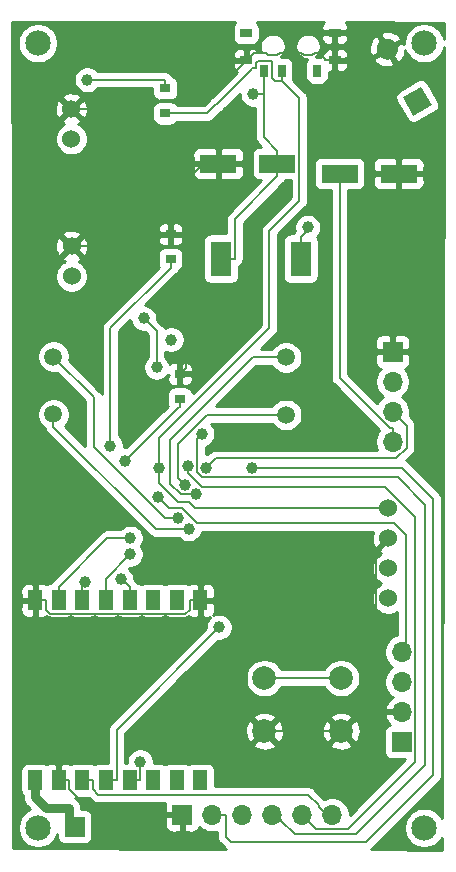
<source format=gtl>
G04 #@! TF.GenerationSoftware,KiCad,Pcbnew,5.1.6-c6e7f7d~87~ubuntu18.04.1*
G04 #@! TF.CreationDate,2020-11-02T00:43:46+05:30*
G04 #@! TF.ProjectId,Sensor_pcb_v3,53656e73-6f72-45f7-9063-625f76332e6b,rev?*
G04 #@! TF.SameCoordinates,Original*
G04 #@! TF.FileFunction,Copper,L1,Top*
G04 #@! TF.FilePolarity,Positive*
%FSLAX46Y46*%
G04 Gerber Fmt 4.6, Leading zero omitted, Abs format (unit mm)*
G04 Created by KiCad (PCBNEW 5.1.6-c6e7f7d~87~ubuntu18.04.1) date 2020-11-02 00:43:46*
%MOMM*%
%LPD*%
G01*
G04 APERTURE LIST*
G04 #@! TA.AperFunction,ComponentPad*
%ADD10C,2.150000*%
G04 #@! TD*
G04 #@! TA.AperFunction,ComponentPad*
%ADD11R,1.700000X1.700000*%
G04 #@! TD*
G04 #@! TA.AperFunction,ComponentPad*
%ADD12O,1.700000X1.700000*%
G04 #@! TD*
G04 #@! TA.AperFunction,ComponentPad*
%ADD13C,1.524000*%
G04 #@! TD*
G04 #@! TA.AperFunction,SMDPad,CuDef*
%ADD14R,1.000000X0.800000*%
G04 #@! TD*
G04 #@! TA.AperFunction,SMDPad,CuDef*
%ADD15R,0.700000X1.100000*%
G04 #@! TD*
G04 #@! TA.AperFunction,SMDPad,CuDef*
%ADD16R,0.900000X0.800000*%
G04 #@! TD*
G04 #@! TA.AperFunction,SMDPad,CuDef*
%ADD17R,1.200000X1.700000*%
G04 #@! TD*
G04 #@! TA.AperFunction,ComponentPad*
%ADD18C,0.100000*%
G04 #@! TD*
G04 #@! TA.AperFunction,ComponentPad*
%ADD19C,1.500000*%
G04 #@! TD*
G04 #@! TA.AperFunction,ComponentPad*
%ADD20C,2.000000*%
G04 #@! TD*
G04 #@! TA.AperFunction,SMDPad,CuDef*
%ADD21R,3.110000X1.580000*%
G04 #@! TD*
G04 #@! TA.AperFunction,SMDPad,CuDef*
%ADD22R,1.750000X3.000000*%
G04 #@! TD*
G04 #@! TA.AperFunction,ViaPad*
%ADD23C,1.000000*%
G04 #@! TD*
G04 #@! TA.AperFunction,Conductor*
%ADD24C,0.800000*%
G04 #@! TD*
G04 #@! TA.AperFunction,Conductor*
%ADD25C,0.150000*%
G04 #@! TD*
G04 #@! TA.AperFunction,Conductor*
%ADD26C,0.200000*%
G04 #@! TD*
G04 #@! TA.AperFunction,Conductor*
%ADD27C,0.254000*%
G04 #@! TD*
G04 APERTURE END LIST*
D10*
X58158000Y-87795100D03*
X25446400Y-87795100D03*
X25440640Y-21361400D03*
X58158000Y-21361400D03*
D11*
X37655500Y-86700400D03*
D12*
X40195500Y-86700400D03*
X42735500Y-86700400D03*
X45275500Y-86700400D03*
X47815500Y-86700400D03*
X50355500Y-86700400D03*
D13*
X28298400Y-41092500D03*
X28288400Y-38552500D03*
D14*
X43072400Y-20483200D03*
X43072400Y-22783200D03*
X50572400Y-20483200D03*
X50572400Y-22783200D03*
D15*
X44572400Y-23683200D03*
X46072400Y-23683200D03*
X49072400Y-23683200D03*
D16*
X37465000Y-49358800D03*
X37465000Y-51458800D03*
X36677600Y-37552900D03*
X36677600Y-39652900D03*
D11*
X56235600Y-80518000D03*
D12*
X56235600Y-77978000D03*
X56235600Y-75438000D03*
X56235600Y-72898000D03*
D13*
X28283100Y-29464300D03*
X28273100Y-26924300D03*
D17*
X25204700Y-68526400D03*
X27204700Y-68526400D03*
X29204700Y-68526400D03*
X31204700Y-68526400D03*
X33204700Y-68526400D03*
X35204700Y-68526400D03*
X37204700Y-68526400D03*
X39204700Y-68526400D03*
X39204700Y-83756400D03*
X37204700Y-83756400D03*
X35204700Y-83756400D03*
X33204700Y-83756400D03*
X31204700Y-83756400D03*
X29204700Y-83756400D03*
X27204700Y-83756400D03*
X25204700Y-83756400D03*
D11*
X28562300Y-87688420D03*
X55473600Y-47475100D03*
D12*
X55473600Y-50015100D03*
X55473600Y-52555100D03*
X55473600Y-55095100D03*
D16*
X36215000Y-25193300D03*
X36215000Y-27293300D03*
G04 #@! TA.AperFunction,ComponentPad*
G36*
G01*
X55474000Y-22638514D02*
X55474000Y-22638514D01*
G75*
G02*
X54244577Y-22309091I-450000J779423D01*
G01*
X54244577Y-22309091D01*
G75*
G02*
X54574000Y-21079668I779423J450000D01*
G01*
X54574000Y-21079668D01*
G75*
G02*
X55803423Y-21409091I450000J-779423D01*
G01*
X55803423Y-21409091D01*
G75*
G02*
X55474000Y-22638514I-779423J-450000D01*
G01*
G37*
G04 #@! TD.AperFunction*
G04 #@! TA.AperFunction,ComponentPad*
D18*
G36*
X58793423Y-26587923D02*
G01*
X57234577Y-27487923D01*
X56334577Y-25929077D01*
X57893423Y-25029077D01*
X58793423Y-26587923D01*
G37*
G04 #@! TD.AperFunction*
D13*
X55107500Y-60744100D03*
X55107500Y-63284100D03*
X55107500Y-65824100D03*
X55107500Y-68364100D03*
D19*
X46454100Y-52830100D03*
X46454100Y-47950100D03*
X26746200Y-47896800D03*
X26746200Y-52776800D03*
D20*
X44620000Y-79618800D03*
X44620000Y-75118800D03*
X51120000Y-79618800D03*
X51120000Y-75118800D03*
D21*
X45723200Y-31551900D03*
X40723200Y-31551900D03*
X55982200Y-32402800D03*
X50982200Y-32402800D03*
D22*
X40940400Y-39603700D03*
X47690400Y-39603700D03*
D23*
X38812200Y-59553300D03*
X37921300Y-58746600D03*
X37339600Y-61555000D03*
X38221900Y-62494700D03*
X43664500Y-25696000D03*
X35726500Y-57361100D03*
X43599000Y-57303200D03*
X34105000Y-82203400D03*
X33264700Y-63247900D03*
X33273200Y-64617100D03*
X29394400Y-66975700D03*
X32464400Y-66740200D03*
X29617700Y-24451200D03*
X39715530Y-57284600D03*
X40788100Y-70802400D03*
X36743640Y-46454060D03*
X34409380Y-44665900D03*
X35614000Y-59816700D03*
X31585200Y-55438600D03*
X32841000Y-56705100D03*
X35490032Y-48788320D03*
X48302400Y-36931400D03*
X39337200Y-54421600D03*
X38115518Y-57136500D03*
D24*
X25204700Y-83756400D02*
X25204700Y-85206700D01*
X28092400Y-87594400D02*
X28092400Y-86144100D01*
X28092400Y-86144100D02*
X26142100Y-86144100D01*
X26142100Y-86144100D02*
X25204700Y-85206700D01*
D25*
X28092400Y-87218520D02*
X28562300Y-87688420D01*
X28092400Y-86144100D02*
X28092400Y-87218520D01*
D26*
X51120000Y-75118800D02*
X44620000Y-75118800D01*
X36644580Y-54932580D02*
X36644580Y-58654980D01*
X37542900Y-59553300D02*
X38812200Y-59553300D01*
X36644580Y-58654980D02*
X37542900Y-59553300D01*
X46454100Y-47950100D02*
X43627060Y-47950100D01*
X43627060Y-47950100D02*
X36644580Y-54932580D01*
X37315516Y-55311484D02*
X37315516Y-58140816D01*
X46454100Y-52830100D02*
X39796900Y-52830100D01*
X39796900Y-52830100D02*
X37315516Y-55311484D01*
X37315516Y-58140816D02*
X37921300Y-58746600D01*
X26746200Y-47896800D02*
X30160500Y-51311100D01*
X30160500Y-51311100D02*
X30160500Y-55509500D01*
X30160500Y-55509500D02*
X36206000Y-61555000D01*
X36206000Y-61555000D02*
X37339600Y-61555000D01*
X35405600Y-62494700D02*
X38221900Y-62494700D01*
X26746200Y-52776800D02*
X26746200Y-53835300D01*
X26746200Y-53835300D02*
X35405600Y-62494700D01*
X44572400Y-25696000D02*
X44572400Y-23683200D01*
X45723200Y-30461600D02*
X44572400Y-29310800D01*
X44572400Y-29310800D02*
X44572400Y-25696000D01*
X44572400Y-25696000D02*
X43664500Y-25696000D01*
X45723200Y-31551900D02*
X45723200Y-32642200D01*
X40940400Y-39603700D02*
X42115700Y-39603700D01*
X42115700Y-39603700D02*
X42115700Y-36249700D01*
X42115700Y-36249700D02*
X45723200Y-32642200D01*
X45723200Y-31551900D02*
X45723200Y-30461600D01*
X46072400Y-23683200D02*
X46072400Y-24533500D01*
X30105000Y-84544200D02*
X30542400Y-84981600D01*
X29204700Y-83756400D02*
X30105000Y-83756400D01*
X30542400Y-84981600D02*
X48304000Y-84981600D01*
X30105000Y-83756400D02*
X30105000Y-84544200D01*
X48304000Y-84981600D02*
X49205200Y-85882800D01*
X49205200Y-85999000D02*
X49202340Y-86001860D01*
X49205200Y-85882800D02*
X49205200Y-85999000D01*
X49906600Y-86700400D02*
X50355500Y-86700400D01*
X49205200Y-85999000D02*
X49906600Y-86700400D01*
X47580800Y-26041900D02*
X46072400Y-24533500D01*
X47580800Y-34704900D02*
X47580800Y-26041900D01*
X45048600Y-37237100D02*
X47580800Y-34704900D01*
X45048600Y-45487160D02*
X45048600Y-37237100D01*
X35726500Y-57361100D02*
X35726500Y-54809260D01*
X35726500Y-54809260D02*
X45048600Y-45487160D01*
X35726500Y-58619520D02*
X35726500Y-57361100D01*
X37339080Y-60232100D02*
X35726500Y-58619520D01*
X38221500Y-60232100D02*
X37339080Y-60232100D01*
X55107500Y-60744100D02*
X38733500Y-60744100D01*
X38733500Y-60744100D02*
X38221500Y-60232100D01*
X45303440Y-24295640D02*
X45541300Y-24533500D01*
X44098000Y-22832900D02*
X45250940Y-22832900D01*
X43922100Y-23008800D02*
X44098000Y-22832900D01*
X43922100Y-23156760D02*
X43922100Y-23008800D01*
X43872401Y-23206459D02*
X43922100Y-23156760D01*
X43595659Y-23483201D02*
X43812401Y-23483201D01*
X45250940Y-22832900D02*
X45303440Y-22885400D01*
X45303440Y-22885400D02*
X45303440Y-24295640D01*
X39785560Y-27293300D02*
X40541350Y-26537510D01*
X40584089Y-26537510D02*
X43472408Y-23649190D01*
X43472408Y-23649190D02*
X43472408Y-23606452D01*
X40541350Y-26537510D02*
X40584089Y-26537510D01*
X43812401Y-23483201D02*
X43872401Y-23423201D01*
X36215000Y-27293300D02*
X39785560Y-27293300D01*
X43872401Y-23423201D02*
X43872401Y-23206459D01*
X43472408Y-23606452D02*
X43595659Y-23483201D01*
X45541300Y-24533500D02*
X46072400Y-24533500D01*
X56284660Y-57303200D02*
X43599000Y-57303200D01*
X40195500Y-86700400D02*
X41345800Y-86700400D01*
X41810940Y-89032080D02*
X53230780Y-89032080D01*
X41345800Y-86700400D02*
X41345800Y-88566940D01*
X41345800Y-88566940D02*
X41810940Y-89032080D01*
X53230780Y-89032080D02*
X58907680Y-83355180D01*
X58907680Y-59926220D02*
X56284660Y-57303200D01*
X58907680Y-83355180D02*
X58907680Y-59926220D01*
X34105000Y-83756400D02*
X34105000Y-82203400D01*
X33204700Y-83756400D02*
X34105000Y-83756400D01*
X27204700Y-67376100D02*
X31332900Y-63247900D01*
X31332900Y-63247900D02*
X33264700Y-63247900D01*
X27204700Y-68526400D02*
X27204700Y-67376100D01*
X31204700Y-68526400D02*
X31204700Y-66685600D01*
X31204700Y-66685600D02*
X33273200Y-64617100D01*
X29204700Y-68526400D02*
X29204700Y-67376100D01*
X29204700Y-67376100D02*
X29394400Y-67186400D01*
X29394400Y-67186400D02*
X29394400Y-66975700D01*
X33204700Y-67376100D02*
X32568800Y-66740200D01*
X32568800Y-66740200D02*
X32464400Y-66740200D01*
X33204700Y-68526400D02*
X33204700Y-67376100D01*
X36215000Y-25193300D02*
X36215000Y-24493000D01*
X29617700Y-24451200D02*
X36173200Y-24451200D01*
X36173200Y-24451200D02*
X36215000Y-24493000D01*
X40497230Y-56502900D02*
X39715530Y-57284600D01*
X55765300Y-56502900D02*
X40497230Y-56502900D01*
X56674700Y-53756200D02*
X56674700Y-55593500D01*
X55473600Y-52555100D02*
X56674700Y-53756200D01*
X56674700Y-55593500D02*
X55765300Y-56502900D01*
X32105000Y-83756400D02*
X32105000Y-79485500D01*
X32105000Y-79485500D02*
X40788100Y-70802400D01*
X31204700Y-83756400D02*
X32105000Y-83756400D01*
X50572400Y-22783200D02*
X51372700Y-22783200D01*
X55024000Y-21859100D02*
X53869200Y-22525900D01*
X53869200Y-22525900D02*
X53869100Y-22525800D01*
X53869100Y-22525800D02*
X51630100Y-22525800D01*
X51630100Y-22525800D02*
X51372700Y-22783200D01*
X49497000Y-22432600D02*
X49772100Y-22707700D01*
X49772100Y-22707700D02*
X49772100Y-22783200D01*
X49497000Y-22432600D02*
X50572400Y-21357200D01*
X50572400Y-21357200D02*
X50572400Y-20483200D01*
X39416600Y-31551900D02*
X36677600Y-34290900D01*
X36677600Y-34290900D02*
X36677600Y-37552900D01*
X39416600Y-31551900D02*
X38867900Y-31551900D01*
X40723200Y-31551900D02*
X39416600Y-31551900D01*
X50572400Y-22783200D02*
X49772100Y-22783200D01*
X51120000Y-79618800D02*
X44620000Y-79618800D01*
X54045100Y-77978000D02*
X52760800Y-77978000D01*
X52760800Y-77978000D02*
X51120000Y-79618800D01*
X39204700Y-68526400D02*
X40105000Y-68526400D01*
X44620000Y-79618800D02*
X43124900Y-78123700D01*
X43124900Y-78123700D02*
X43124900Y-71546300D01*
X43124900Y-71546300D02*
X40105000Y-68526400D01*
X27204700Y-83756400D02*
X28105000Y-83756400D01*
X37655500Y-86700400D02*
X30261200Y-86700400D01*
X30261200Y-86700400D02*
X28105000Y-84544200D01*
X28105000Y-84544200D02*
X28105000Y-83756400D01*
X54045100Y-77978000D02*
X56235600Y-77978000D01*
X55107500Y-63284100D02*
X54045100Y-64346500D01*
X54045100Y-64346500D02*
X54045100Y-77978000D01*
X55473600Y-47475100D02*
X55473600Y-46324800D01*
X55982200Y-32402800D02*
X55982200Y-45816200D01*
X55982200Y-45816200D02*
X55473600Y-46324800D01*
X50572400Y-23483500D02*
X55982200Y-28893300D01*
X55982200Y-28893300D02*
X55982200Y-32402800D01*
X50572400Y-22783200D02*
X50572400Y-22832800D01*
X50572400Y-22908100D02*
X50572400Y-22832800D01*
X50572400Y-22908100D02*
X50572400Y-23483500D01*
X39204700Y-68526400D02*
X38304400Y-68526400D01*
X38304400Y-68526400D02*
X38304400Y-69314200D01*
X38304400Y-69314200D02*
X37906000Y-69712600D01*
X37906000Y-69712600D02*
X26503400Y-69712600D01*
X26503400Y-69712600D02*
X26105000Y-69314200D01*
X26105000Y-69314200D02*
X26105000Y-68526400D01*
X25204700Y-68526400D02*
X26105000Y-68526400D01*
X36677600Y-38253200D02*
X36677600Y-38552500D01*
X36677600Y-38552500D02*
X28288400Y-38552500D01*
X35027900Y-26924300D02*
X35027900Y-27711900D01*
X35027900Y-27711900D02*
X38867900Y-31551900D01*
X35027900Y-26924300D02*
X28273100Y-26924300D01*
X36677600Y-37552900D02*
X36677600Y-38253200D01*
X35814700Y-26137500D02*
X35027900Y-26924300D01*
X43072400Y-22783200D02*
X43072400Y-22893940D01*
X39828840Y-26137500D02*
X35814700Y-26137500D01*
X43072400Y-22893940D02*
X39828840Y-26137500D01*
X49215740Y-22151340D02*
X49497000Y-22432600D01*
X48914262Y-22151340D02*
X49215740Y-22151340D01*
X47962399Y-22383201D02*
X48682401Y-22383201D01*
X47730538Y-22151340D02*
X47962399Y-22383201D01*
X43704260Y-22151340D02*
X44730538Y-22151340D01*
X43072400Y-22783200D02*
X43704260Y-22151340D01*
X48682401Y-22383201D02*
X48914262Y-22151340D01*
X45914262Y-22151340D02*
X47730538Y-22151340D01*
X45682401Y-22383201D02*
X45914262Y-22151340D01*
X44730538Y-22151340D02*
X44962399Y-22383201D01*
X44962399Y-22383201D02*
X45682401Y-22383201D01*
X37975540Y-48848260D02*
X37465000Y-49358800D01*
X37975540Y-39146480D02*
X37975540Y-48848260D01*
X36677600Y-38552500D02*
X37381560Y-38552500D01*
X37381560Y-38552500D02*
X37975540Y-39146480D01*
X36532000Y-60734700D02*
X35614000Y-59816700D01*
X56603900Y-72529700D02*
X56603900Y-62984380D01*
X56235600Y-72898000D02*
X56603900Y-72529700D01*
X56603900Y-62984380D02*
X55633620Y-62014100D01*
X38949900Y-62014100D02*
X37670500Y-60734700D01*
X55633620Y-62014100D02*
X38949900Y-62014100D01*
X37670500Y-60734700D02*
X36532000Y-60734700D01*
X36677600Y-39652900D02*
X36677600Y-40353200D01*
X36677600Y-40353200D02*
X31585200Y-45445600D01*
X31585200Y-45445600D02*
X31585200Y-55438600D01*
X37465000Y-52159100D02*
X37387000Y-52159100D01*
X37387000Y-52159100D02*
X32841000Y-56705100D01*
X37465000Y-51458800D02*
X37465000Y-52159100D01*
X34409380Y-44665900D02*
X35490032Y-45746552D01*
X35490032Y-45746552D02*
X35490032Y-48788320D01*
X55473600Y-55095100D02*
X55473600Y-53944800D01*
X50982200Y-32402800D02*
X50982200Y-49691800D01*
X50982200Y-49691800D02*
X55235200Y-53944800D01*
X55235200Y-53944800D02*
X55473600Y-53944800D01*
X47690400Y-39603700D02*
X47690400Y-37803400D01*
X47690400Y-37803400D02*
X48302400Y-37191400D01*
X48302400Y-37191400D02*
X48302400Y-36931400D01*
X55931900Y-58103600D02*
X39350526Y-58103600D01*
X47223680Y-88346280D02*
X52362100Y-88346280D01*
X58252360Y-60424060D02*
X55931900Y-58103600D01*
X38915528Y-54843272D02*
X39337200Y-54421600D01*
X46057820Y-87180420D02*
X47223680Y-88346280D01*
X46057820Y-87132160D02*
X46057820Y-87180420D01*
X52362100Y-88346280D02*
X58252360Y-82456020D01*
X38915528Y-57668602D02*
X38915528Y-54843272D01*
X58252360Y-82456020D02*
X58252360Y-60424060D01*
X45626060Y-86700400D02*
X46057820Y-87132160D01*
X45275500Y-86700400D02*
X45626060Y-86700400D01*
X39350526Y-58103600D02*
X38915528Y-57668602D01*
X47815500Y-86700400D02*
X49009700Y-87894600D01*
X49009700Y-87894600D02*
X51686020Y-87894600D01*
X39345032Y-58951200D02*
X38115518Y-57721686D01*
X54839200Y-58951200D02*
X39345032Y-58951200D01*
X57386000Y-82194620D02*
X57386000Y-61498000D01*
X51686020Y-87894600D02*
X57386000Y-82194620D01*
X38115518Y-57721686D02*
X38115518Y-57136500D01*
X57386000Y-61498000D02*
X54839200Y-58951200D01*
D27*
G36*
X42156992Y-19602653D02*
G01*
X42121215Y-19632015D01*
X42041863Y-19728706D01*
X41982898Y-19839020D01*
X41946588Y-19958718D01*
X41934328Y-20083200D01*
X41934328Y-20883200D01*
X41946588Y-21007682D01*
X41982898Y-21127380D01*
X42041863Y-21237694D01*
X42121215Y-21334385D01*
X42217906Y-21413737D01*
X42328220Y-21472702D01*
X42447918Y-21509012D01*
X42572400Y-21521272D01*
X43572400Y-21521272D01*
X43696882Y-21509012D01*
X43816580Y-21472702D01*
X43926894Y-21413737D01*
X44023585Y-21334385D01*
X44102937Y-21237694D01*
X44161902Y-21127380D01*
X44198212Y-21007682D01*
X44210472Y-20883200D01*
X44210472Y-20083200D01*
X44198212Y-19958718D01*
X44161902Y-19839020D01*
X44102937Y-19728706D01*
X44023585Y-19632015D01*
X43988578Y-19603285D01*
X49653840Y-19605240D01*
X49621215Y-19632015D01*
X49541863Y-19728706D01*
X49482898Y-19839020D01*
X49446588Y-19958718D01*
X49434328Y-20083200D01*
X49437400Y-20197450D01*
X49596150Y-20356200D01*
X50445400Y-20356200D01*
X50445400Y-20336200D01*
X50699400Y-20336200D01*
X50699400Y-20356200D01*
X51548650Y-20356200D01*
X51707400Y-20197450D01*
X51710472Y-20083200D01*
X51698212Y-19958718D01*
X51661902Y-19839020D01*
X51602937Y-19728706D01*
X51523585Y-19632015D01*
X51491733Y-19605875D01*
X59842019Y-19608756D01*
X59837724Y-21040772D01*
X59802286Y-20862611D01*
X59673382Y-20551411D01*
X59486244Y-20271339D01*
X59248061Y-20033156D01*
X58967989Y-19846018D01*
X58656789Y-19717114D01*
X58326420Y-19651400D01*
X57989580Y-19651400D01*
X57659211Y-19717114D01*
X57348011Y-19846018D01*
X57067939Y-20033156D01*
X56829756Y-20271339D01*
X56642618Y-20551411D01*
X56513714Y-20862611D01*
X56448000Y-21192980D01*
X56448000Y-21396945D01*
X56274814Y-21283580D01*
X55197485Y-21905576D01*
X55819174Y-22982373D01*
X56085392Y-22967996D01*
X56199953Y-22845687D01*
X56369833Y-22597314D01*
X56487993Y-22320570D01*
X56549893Y-22026091D01*
X56550723Y-21949535D01*
X56642618Y-22171389D01*
X56829756Y-22451461D01*
X57067939Y-22689644D01*
X57348011Y-22876782D01*
X57659211Y-23005686D01*
X57989580Y-23071400D01*
X58326420Y-23071400D01*
X58656789Y-23005686D01*
X58967989Y-22876782D01*
X59248061Y-22689644D01*
X59486244Y-22451461D01*
X59673382Y-22171389D01*
X59802286Y-21860189D01*
X59835771Y-21691845D01*
X59640093Y-86935290D01*
X59486244Y-86705039D01*
X59248061Y-86466856D01*
X58967989Y-86279718D01*
X58656789Y-86150814D01*
X58326420Y-86085100D01*
X57989580Y-86085100D01*
X57659211Y-86150814D01*
X57348011Y-86279718D01*
X57067939Y-86466856D01*
X56829756Y-86705039D01*
X56642618Y-86985111D01*
X56513714Y-87296311D01*
X56448000Y-87626680D01*
X56448000Y-87963520D01*
X56513714Y-88293889D01*
X56642618Y-88605089D01*
X56829756Y-88885161D01*
X57067939Y-89123344D01*
X57348011Y-89310482D01*
X57659211Y-89439386D01*
X57989580Y-89505100D01*
X58326420Y-89505100D01*
X58656789Y-89439386D01*
X58967989Y-89310482D01*
X59248061Y-89123344D01*
X59486244Y-88885161D01*
X59634912Y-88662663D01*
X59631962Y-89646337D01*
X53665168Y-89626414D01*
X53753018Y-89554318D01*
X53776039Y-89526267D01*
X59401878Y-83900429D01*
X59429917Y-83877418D01*
X59452930Y-83849377D01*
X59452933Y-83849374D01*
X59499605Y-83792504D01*
X59521767Y-83765500D01*
X59590017Y-83637813D01*
X59632045Y-83499265D01*
X59642680Y-83391285D01*
X59642680Y-83391284D01*
X59646236Y-83355180D01*
X59642680Y-83319075D01*
X59642680Y-59962314D01*
X59646235Y-59926219D01*
X59642680Y-59890124D01*
X59642680Y-59890115D01*
X59632045Y-59782135D01*
X59590017Y-59643587D01*
X59521767Y-59515900D01*
X59429918Y-59403982D01*
X59401873Y-59380966D01*
X56829919Y-56809012D01*
X56806898Y-56780962D01*
X56694980Y-56689113D01*
X56645162Y-56662485D01*
X57168893Y-56138754D01*
X57196938Y-56115738D01*
X57288787Y-56003820D01*
X57357037Y-55876133D01*
X57399065Y-55737585D01*
X57409700Y-55629605D01*
X57413256Y-55593500D01*
X57409700Y-55557395D01*
X57409700Y-53792305D01*
X57413256Y-53756200D01*
X57399065Y-53612115D01*
X57381577Y-53554465D01*
X57357037Y-53473567D01*
X57288787Y-53345880D01*
X57242965Y-53290047D01*
X57219953Y-53262006D01*
X57219950Y-53262003D01*
X57196937Y-53233962D01*
X57168897Y-53210950D01*
X56908944Y-52950997D01*
X56958600Y-52701360D01*
X56958600Y-52408840D01*
X56901532Y-52121942D01*
X56789590Y-51851689D01*
X56627075Y-51608468D01*
X56420232Y-51401625D01*
X56245840Y-51285100D01*
X56420232Y-51168575D01*
X56627075Y-50961732D01*
X56789590Y-50718511D01*
X56901532Y-50448258D01*
X56958600Y-50161360D01*
X56958600Y-49868840D01*
X56901532Y-49581942D01*
X56789590Y-49311689D01*
X56627075Y-49068468D01*
X56495220Y-48936613D01*
X56567780Y-48914602D01*
X56678094Y-48855637D01*
X56774785Y-48776285D01*
X56854137Y-48679594D01*
X56913102Y-48569280D01*
X56949412Y-48449582D01*
X56961672Y-48325100D01*
X56958600Y-47760850D01*
X56799850Y-47602100D01*
X55600600Y-47602100D01*
X55600600Y-47622100D01*
X55346600Y-47622100D01*
X55346600Y-47602100D01*
X54147350Y-47602100D01*
X53988600Y-47760850D01*
X53985528Y-48325100D01*
X53997788Y-48449582D01*
X54034098Y-48569280D01*
X54093063Y-48679594D01*
X54172415Y-48776285D01*
X54269106Y-48855637D01*
X54379420Y-48914602D01*
X54451980Y-48936613D01*
X54320125Y-49068468D01*
X54157610Y-49311689D01*
X54045668Y-49581942D01*
X53988600Y-49868840D01*
X53988600Y-50161360D01*
X54045668Y-50448258D01*
X54157610Y-50718511D01*
X54320125Y-50961732D01*
X54526968Y-51168575D01*
X54701360Y-51285100D01*
X54526968Y-51401625D01*
X54320125Y-51608468D01*
X54167193Y-51837347D01*
X51717200Y-49387354D01*
X51717200Y-46625100D01*
X53985528Y-46625100D01*
X53988600Y-47189350D01*
X54147350Y-47348100D01*
X55346600Y-47348100D01*
X55346600Y-46148850D01*
X55600600Y-46148850D01*
X55600600Y-47348100D01*
X56799850Y-47348100D01*
X56958600Y-47189350D01*
X56961672Y-46625100D01*
X56949412Y-46500618D01*
X56913102Y-46380920D01*
X56854137Y-46270606D01*
X56774785Y-46173915D01*
X56678094Y-46094563D01*
X56567780Y-46035598D01*
X56448082Y-45999288D01*
X56323600Y-45987028D01*
X55759350Y-45990100D01*
X55600600Y-46148850D01*
X55346600Y-46148850D01*
X55187850Y-45990100D01*
X54623600Y-45987028D01*
X54499118Y-45999288D01*
X54379420Y-46035598D01*
X54269106Y-46094563D01*
X54172415Y-46173915D01*
X54093063Y-46270606D01*
X54034098Y-46380920D01*
X53997788Y-46500618D01*
X53985528Y-46625100D01*
X51717200Y-46625100D01*
X51717200Y-33830872D01*
X52537200Y-33830872D01*
X52661682Y-33818612D01*
X52781380Y-33782302D01*
X52891694Y-33723337D01*
X52988385Y-33643985D01*
X53067737Y-33547294D01*
X53126702Y-33436980D01*
X53163012Y-33317282D01*
X53175272Y-33192800D01*
X53789128Y-33192800D01*
X53801388Y-33317282D01*
X53837698Y-33436980D01*
X53896663Y-33547294D01*
X53976015Y-33643985D01*
X54072706Y-33723337D01*
X54183020Y-33782302D01*
X54302718Y-33818612D01*
X54427200Y-33830872D01*
X55696450Y-33827800D01*
X55855200Y-33669050D01*
X55855200Y-32529800D01*
X56109200Y-32529800D01*
X56109200Y-33669050D01*
X56267950Y-33827800D01*
X57537200Y-33830872D01*
X57661682Y-33818612D01*
X57781380Y-33782302D01*
X57891694Y-33723337D01*
X57988385Y-33643985D01*
X58067737Y-33547294D01*
X58126702Y-33436980D01*
X58163012Y-33317282D01*
X58175272Y-33192800D01*
X58172200Y-32688550D01*
X58013450Y-32529800D01*
X56109200Y-32529800D01*
X55855200Y-32529800D01*
X53950950Y-32529800D01*
X53792200Y-32688550D01*
X53789128Y-33192800D01*
X53175272Y-33192800D01*
X53175272Y-31612800D01*
X53789128Y-31612800D01*
X53792200Y-32117050D01*
X53950950Y-32275800D01*
X55855200Y-32275800D01*
X55855200Y-31136550D01*
X56109200Y-31136550D01*
X56109200Y-32275800D01*
X58013450Y-32275800D01*
X58172200Y-32117050D01*
X58175272Y-31612800D01*
X58163012Y-31488318D01*
X58126702Y-31368620D01*
X58067737Y-31258306D01*
X57988385Y-31161615D01*
X57891694Y-31082263D01*
X57781380Y-31023298D01*
X57661682Y-30986988D01*
X57537200Y-30974728D01*
X56267950Y-30977800D01*
X56109200Y-31136550D01*
X55855200Y-31136550D01*
X55696450Y-30977800D01*
X54427200Y-30974728D01*
X54302718Y-30986988D01*
X54183020Y-31023298D01*
X54072706Y-31082263D01*
X53976015Y-31161615D01*
X53896663Y-31258306D01*
X53837698Y-31368620D01*
X53801388Y-31488318D01*
X53789128Y-31612800D01*
X53175272Y-31612800D01*
X53163012Y-31488318D01*
X53126702Y-31368620D01*
X53067737Y-31258306D01*
X52988385Y-31161615D01*
X52891694Y-31082263D01*
X52781380Y-31023298D01*
X52661682Y-30986988D01*
X52537200Y-30974728D01*
X49427200Y-30974728D01*
X49302718Y-30986988D01*
X49183020Y-31023298D01*
X49072706Y-31082263D01*
X48976015Y-31161615D01*
X48896663Y-31258306D01*
X48837698Y-31368620D01*
X48801388Y-31488318D01*
X48789128Y-31612800D01*
X48789128Y-33192800D01*
X48801388Y-33317282D01*
X48837698Y-33436980D01*
X48896663Y-33547294D01*
X48976015Y-33643985D01*
X49072706Y-33723337D01*
X49183020Y-33782302D01*
X49302718Y-33818612D01*
X49427200Y-33830872D01*
X50247200Y-33830872D01*
X50247201Y-49655685D01*
X50243644Y-49691800D01*
X50257835Y-49835885D01*
X50284359Y-49923320D01*
X50299864Y-49974433D01*
X50368114Y-50102120D01*
X50459963Y-50214038D01*
X50488008Y-50237054D01*
X54359773Y-54108820D01*
X54320125Y-54148468D01*
X54157610Y-54391689D01*
X54045668Y-54661942D01*
X53988600Y-54948840D01*
X53988600Y-55241360D01*
X54045668Y-55528258D01*
X54144931Y-55767900D01*
X40533335Y-55767900D01*
X40497230Y-55764344D01*
X40353145Y-55778535D01*
X40214596Y-55820563D01*
X40110631Y-55876134D01*
X40086910Y-55888813D01*
X39974992Y-55980662D01*
X39951976Y-56008707D01*
X39811083Y-56149600D01*
X39650528Y-56149600D01*
X39650528Y-55516511D01*
X39668267Y-55512983D01*
X39874824Y-55427424D01*
X40060720Y-55303212D01*
X40218812Y-55145120D01*
X40343024Y-54959224D01*
X40428583Y-54752667D01*
X40472200Y-54533388D01*
X40472200Y-54309812D01*
X40428583Y-54090533D01*
X40343024Y-53883976D01*
X40218812Y-53698080D01*
X40093589Y-53572857D01*
X40101347Y-53565100D01*
X45279487Y-53565100D01*
X45378301Y-53712986D01*
X45571214Y-53905899D01*
X45798057Y-54057471D01*
X46050111Y-54161875D01*
X46317689Y-54215100D01*
X46590511Y-54215100D01*
X46858089Y-54161875D01*
X47110143Y-54057471D01*
X47336986Y-53905899D01*
X47529899Y-53712986D01*
X47681471Y-53486143D01*
X47785875Y-53234089D01*
X47839100Y-52966511D01*
X47839100Y-52693689D01*
X47785875Y-52426111D01*
X47681471Y-52174057D01*
X47529899Y-51947214D01*
X47336986Y-51754301D01*
X47110143Y-51602729D01*
X46858089Y-51498325D01*
X46590511Y-51445100D01*
X46317689Y-51445100D01*
X46050111Y-51498325D01*
X45798057Y-51602729D01*
X45571214Y-51754301D01*
X45378301Y-51947214D01*
X45279487Y-52095100D01*
X40521506Y-52095100D01*
X43931507Y-48685100D01*
X45279487Y-48685100D01*
X45378301Y-48832986D01*
X45571214Y-49025899D01*
X45798057Y-49177471D01*
X46050111Y-49281875D01*
X46317689Y-49335100D01*
X46590511Y-49335100D01*
X46858089Y-49281875D01*
X47110143Y-49177471D01*
X47336986Y-49025899D01*
X47529899Y-48832986D01*
X47681471Y-48606143D01*
X47785875Y-48354089D01*
X47839100Y-48086511D01*
X47839100Y-47813689D01*
X47785875Y-47546111D01*
X47681471Y-47294057D01*
X47529899Y-47067214D01*
X47336986Y-46874301D01*
X47110143Y-46722729D01*
X46858089Y-46618325D01*
X46590511Y-46565100D01*
X46317689Y-46565100D01*
X46050111Y-46618325D01*
X45798057Y-46722729D01*
X45571214Y-46874301D01*
X45378301Y-47067214D01*
X45279487Y-47215100D01*
X44360107Y-47215100D01*
X45542798Y-46032409D01*
X45570837Y-46009398D01*
X45593850Y-45981357D01*
X45593853Y-45981354D01*
X45662686Y-45897481D01*
X45662687Y-45897480D01*
X45730937Y-45769793D01*
X45772965Y-45631245D01*
X45783600Y-45523265D01*
X45783600Y-45523256D01*
X45787155Y-45487161D01*
X45783600Y-45451066D01*
X45783600Y-38103700D01*
X46177328Y-38103700D01*
X46177328Y-41103700D01*
X46189588Y-41228182D01*
X46225898Y-41347880D01*
X46284863Y-41458194D01*
X46364215Y-41554885D01*
X46460906Y-41634237D01*
X46571220Y-41693202D01*
X46690918Y-41729512D01*
X46815400Y-41741772D01*
X48565400Y-41741772D01*
X48689882Y-41729512D01*
X48809580Y-41693202D01*
X48919894Y-41634237D01*
X49016585Y-41554885D01*
X49095937Y-41458194D01*
X49154902Y-41347880D01*
X49191212Y-41228182D01*
X49203472Y-41103700D01*
X49203472Y-38103700D01*
X49191212Y-37979218D01*
X49154902Y-37859520D01*
X49095937Y-37749206D01*
X49093137Y-37745795D01*
X49184012Y-37654920D01*
X49308224Y-37469024D01*
X49393783Y-37262467D01*
X49437400Y-37043188D01*
X49437400Y-36819612D01*
X49393783Y-36600333D01*
X49308224Y-36393776D01*
X49184012Y-36207880D01*
X49025920Y-36049788D01*
X48840024Y-35925576D01*
X48633467Y-35840017D01*
X48414188Y-35796400D01*
X48190612Y-35796400D01*
X47971333Y-35840017D01*
X47764776Y-35925576D01*
X47578880Y-36049788D01*
X47420788Y-36207880D01*
X47296576Y-36393776D01*
X47211017Y-36600333D01*
X47167400Y-36819612D01*
X47167400Y-37043188D01*
X47207843Y-37246511D01*
X47196208Y-37258146D01*
X47168163Y-37281162D01*
X47076314Y-37393080D01*
X47037536Y-37465628D01*
X46815400Y-37465628D01*
X46690918Y-37477888D01*
X46571220Y-37514198D01*
X46460906Y-37573163D01*
X46364215Y-37652515D01*
X46284863Y-37749206D01*
X46225898Y-37859520D01*
X46189588Y-37979218D01*
X46177328Y-38103700D01*
X45783600Y-38103700D01*
X45783600Y-37541546D01*
X48074997Y-35250150D01*
X48103037Y-35227138D01*
X48126050Y-35199097D01*
X48126053Y-35199094D01*
X48194887Y-35115220D01*
X48263137Y-34987534D01*
X48305165Y-34848985D01*
X48319356Y-34704900D01*
X48315800Y-34668795D01*
X48315800Y-26078005D01*
X48319356Y-26041900D01*
X48305165Y-25897815D01*
X48301989Y-25887345D01*
X55697871Y-25887345D01*
X55701964Y-26012362D01*
X55730367Y-26134178D01*
X55781990Y-26248113D01*
X56681990Y-27806959D01*
X56754849Y-27908633D01*
X56846143Y-27994140D01*
X56952365Y-28060192D01*
X57069432Y-28104253D01*
X57192845Y-28124629D01*
X57317862Y-28120536D01*
X57439678Y-28092133D01*
X57553613Y-28040510D01*
X59112459Y-27140510D01*
X59214133Y-27067651D01*
X59299640Y-26976357D01*
X59365692Y-26870135D01*
X59409753Y-26753068D01*
X59430129Y-26629655D01*
X59426036Y-26504638D01*
X59397633Y-26382822D01*
X59346010Y-26268887D01*
X58446010Y-24710041D01*
X58373151Y-24608367D01*
X58281857Y-24522860D01*
X58175635Y-24456808D01*
X58058568Y-24412747D01*
X57935155Y-24392371D01*
X57810138Y-24396464D01*
X57688322Y-24424867D01*
X57574387Y-24476490D01*
X56015541Y-25376490D01*
X55913867Y-25449349D01*
X55828360Y-25540643D01*
X55762308Y-25646865D01*
X55718247Y-25763932D01*
X55697871Y-25887345D01*
X48301989Y-25887345D01*
X48263137Y-25759266D01*
X48194887Y-25631580D01*
X48126053Y-25547706D01*
X48103038Y-25519662D01*
X48074993Y-25496646D01*
X47022102Y-24443756D01*
X47048212Y-24357682D01*
X47060472Y-24233200D01*
X47060472Y-23133200D01*
X47048212Y-23008718D01*
X47011902Y-22889020D01*
X46952937Y-22778706D01*
X46873585Y-22682015D01*
X46776894Y-22602663D01*
X46666580Y-22543698D01*
X46546882Y-22507388D01*
X46422400Y-22495128D01*
X45985383Y-22495128D01*
X46014047Y-22475975D01*
X46165175Y-22324847D01*
X46283915Y-22147140D01*
X46365704Y-21949683D01*
X46407400Y-21740063D01*
X46407400Y-21526337D01*
X47237400Y-21526337D01*
X47237400Y-21740063D01*
X47279096Y-21949683D01*
X47360885Y-22147140D01*
X47479625Y-22324847D01*
X47630753Y-22475975D01*
X47808460Y-22594715D01*
X48005917Y-22676504D01*
X48215537Y-22718200D01*
X48241519Y-22718200D01*
X48191863Y-22778706D01*
X48132898Y-22889020D01*
X48096588Y-23008718D01*
X48084328Y-23133200D01*
X48084328Y-24233200D01*
X48096588Y-24357682D01*
X48132898Y-24477380D01*
X48191863Y-24587694D01*
X48271215Y-24684385D01*
X48367906Y-24763737D01*
X48478220Y-24822702D01*
X48597918Y-24859012D01*
X48722400Y-24871272D01*
X49422400Y-24871272D01*
X49546882Y-24859012D01*
X49666580Y-24822702D01*
X49776894Y-24763737D01*
X49873585Y-24684385D01*
X49952937Y-24587694D01*
X50011902Y-24477380D01*
X50048212Y-24357682D01*
X50060472Y-24233200D01*
X50060472Y-23820097D01*
X50072400Y-23821272D01*
X50286650Y-23818200D01*
X50445400Y-23659450D01*
X50445400Y-22910200D01*
X50699400Y-22910200D01*
X50699400Y-23659450D01*
X50858150Y-23818200D01*
X51072400Y-23821272D01*
X51196882Y-23809012D01*
X51316580Y-23772702D01*
X51426894Y-23713737D01*
X51523585Y-23634385D01*
X51602937Y-23537694D01*
X51661902Y-23427380D01*
X51698212Y-23307682D01*
X51710472Y-23183200D01*
X51707400Y-23068950D01*
X51548650Y-22910200D01*
X50699400Y-22910200D01*
X50445400Y-22910200D01*
X50425400Y-22910200D01*
X50425400Y-22656200D01*
X50445400Y-22656200D01*
X50445400Y-21906950D01*
X50699400Y-21906950D01*
X50699400Y-22656200D01*
X51548650Y-22656200D01*
X51550278Y-22654572D01*
X53900186Y-22654572D01*
X53915091Y-22920486D01*
X54143466Y-23116429D01*
X54405680Y-23264053D01*
X54691656Y-23357686D01*
X54990403Y-23393728D01*
X55290441Y-23370794D01*
X55453644Y-23332736D01*
X55599204Y-23109373D01*
X54977515Y-22032576D01*
X53900186Y-22654572D01*
X51550278Y-22654572D01*
X51707400Y-22497450D01*
X51710472Y-22383200D01*
X51698212Y-22258718D01*
X51661902Y-22139020D01*
X51602937Y-22028706D01*
X51573624Y-21992987D01*
X53494846Y-21992987D01*
X53550350Y-22288737D01*
X53773186Y-22434602D01*
X54850515Y-21812606D01*
X54228826Y-20735809D01*
X53962608Y-20750186D01*
X53848047Y-20872495D01*
X53678167Y-21120868D01*
X53560007Y-21397612D01*
X53498107Y-21692091D01*
X53494846Y-21992987D01*
X51573624Y-21992987D01*
X51523585Y-21932015D01*
X51426894Y-21852663D01*
X51316580Y-21793698D01*
X51196882Y-21757388D01*
X51072400Y-21745128D01*
X50858150Y-21748200D01*
X50699400Y-21906950D01*
X50445400Y-21906950D01*
X50286650Y-21748200D01*
X50072400Y-21745128D01*
X49947918Y-21757388D01*
X49828220Y-21793698D01*
X49717906Y-21852663D01*
X49621215Y-21932015D01*
X49541863Y-22028706D01*
X49482898Y-22139020D01*
X49446588Y-22258718D01*
X49434328Y-22383200D01*
X49437377Y-22496603D01*
X49422400Y-22495128D01*
X48985383Y-22495128D01*
X49014047Y-22475975D01*
X49165175Y-22324847D01*
X49283915Y-22147140D01*
X49365704Y-21949683D01*
X49407400Y-21740063D01*
X49407400Y-21526337D01*
X49365704Y-21316717D01*
X49283915Y-21119260D01*
X49165175Y-20941553D01*
X49106822Y-20883200D01*
X49434328Y-20883200D01*
X49446588Y-21007682D01*
X49482898Y-21127380D01*
X49541863Y-21237694D01*
X49621215Y-21334385D01*
X49717906Y-21413737D01*
X49828220Y-21472702D01*
X49947918Y-21509012D01*
X50072400Y-21521272D01*
X50286650Y-21518200D01*
X50445400Y-21359450D01*
X50445400Y-20610200D01*
X50699400Y-20610200D01*
X50699400Y-21359450D01*
X50858150Y-21518200D01*
X51072400Y-21521272D01*
X51196882Y-21509012D01*
X51316580Y-21472702D01*
X51426894Y-21413737D01*
X51523585Y-21334385D01*
X51602937Y-21237694D01*
X51661902Y-21127380D01*
X51698212Y-21007682D01*
X51710472Y-20883200D01*
X51707400Y-20768950D01*
X51548650Y-20610200D01*
X50699400Y-20610200D01*
X50445400Y-20610200D01*
X49596150Y-20610200D01*
X49437400Y-20768950D01*
X49434328Y-20883200D01*
X49106822Y-20883200D01*
X49014047Y-20790425D01*
X48836340Y-20671685D01*
X48684544Y-20608809D01*
X54448796Y-20608809D01*
X55070485Y-21685606D01*
X56147814Y-21063610D01*
X56132909Y-20797696D01*
X55904534Y-20601753D01*
X55642320Y-20454129D01*
X55356344Y-20360496D01*
X55057597Y-20324454D01*
X54757559Y-20347388D01*
X54594356Y-20385446D01*
X54448796Y-20608809D01*
X48684544Y-20608809D01*
X48638883Y-20589896D01*
X48429263Y-20548200D01*
X48215537Y-20548200D01*
X48005917Y-20589896D01*
X47808460Y-20671685D01*
X47630753Y-20790425D01*
X47479625Y-20941553D01*
X47360885Y-21119260D01*
X47279096Y-21316717D01*
X47237400Y-21526337D01*
X46407400Y-21526337D01*
X46365704Y-21316717D01*
X46283915Y-21119260D01*
X46165175Y-20941553D01*
X46014047Y-20790425D01*
X45836340Y-20671685D01*
X45638883Y-20589896D01*
X45429263Y-20548200D01*
X45215537Y-20548200D01*
X45005917Y-20589896D01*
X44808460Y-20671685D01*
X44630753Y-20790425D01*
X44479625Y-20941553D01*
X44360885Y-21119260D01*
X44279096Y-21316717D01*
X44237400Y-21526337D01*
X44237400Y-21740063D01*
X44279096Y-21949683D01*
X44340489Y-22097900D01*
X44139923Y-22097900D01*
X44102937Y-22028706D01*
X44023585Y-21932015D01*
X43926894Y-21852663D01*
X43816580Y-21793698D01*
X43696882Y-21757388D01*
X43572400Y-21745128D01*
X43358150Y-21748200D01*
X43199400Y-21906950D01*
X43199400Y-22656200D01*
X43219400Y-22656200D01*
X43219400Y-22793295D01*
X43207386Y-22832900D01*
X43198541Y-22862057D01*
X43185339Y-22869114D01*
X43110906Y-22930200D01*
X42945400Y-22930200D01*
X42945400Y-22910200D01*
X42096150Y-22910200D01*
X41937400Y-23068950D01*
X41934328Y-23183200D01*
X41946588Y-23307682D01*
X41982898Y-23427380D01*
X42041863Y-23537694D01*
X42121215Y-23634385D01*
X42217906Y-23713737D01*
X42315988Y-23766164D01*
X40190537Y-25891616D01*
X40131030Y-25923423D01*
X40019112Y-26015272D01*
X39996096Y-26043317D01*
X39481114Y-26558300D01*
X37205957Y-26558300D01*
X37195537Y-26538806D01*
X37116185Y-26442115D01*
X37019494Y-26362763D01*
X36909180Y-26303798D01*
X36789482Y-26267488D01*
X36665000Y-26255228D01*
X35765000Y-26255228D01*
X35640518Y-26267488D01*
X35520820Y-26303798D01*
X35410506Y-26362763D01*
X35313815Y-26442115D01*
X35234463Y-26538806D01*
X35175498Y-26649120D01*
X35139188Y-26768818D01*
X35126928Y-26893300D01*
X35126928Y-27693300D01*
X35139188Y-27817782D01*
X35175498Y-27937480D01*
X35234463Y-28047794D01*
X35313815Y-28144485D01*
X35410506Y-28223837D01*
X35520820Y-28282802D01*
X35640518Y-28319112D01*
X35765000Y-28331372D01*
X36665000Y-28331372D01*
X36789482Y-28319112D01*
X36909180Y-28282802D01*
X37019494Y-28223837D01*
X37116185Y-28144485D01*
X37195537Y-28047794D01*
X37205957Y-28028300D01*
X39749455Y-28028300D01*
X39785560Y-28031856D01*
X39821665Y-28028300D01*
X39929645Y-28017665D01*
X40068193Y-27975637D01*
X40195880Y-27907387D01*
X40307798Y-27815538D01*
X40330818Y-27787488D01*
X40934904Y-27183403D01*
X40994409Y-27151597D01*
X41106327Y-27059748D01*
X41129348Y-27031697D01*
X42529500Y-25631545D01*
X42529500Y-25807788D01*
X42573117Y-26027067D01*
X42658676Y-26233624D01*
X42782888Y-26419520D01*
X42940980Y-26577612D01*
X43126876Y-26701824D01*
X43333433Y-26787383D01*
X43552712Y-26831000D01*
X43776288Y-26831000D01*
X43837401Y-26818844D01*
X43837400Y-29274695D01*
X43833844Y-29310800D01*
X43837400Y-29346904D01*
X43848035Y-29454884D01*
X43890063Y-29593432D01*
X43958313Y-29721119D01*
X44050162Y-29833037D01*
X44078208Y-29856054D01*
X44345982Y-30123828D01*
X44168200Y-30123828D01*
X44043718Y-30136088D01*
X43924020Y-30172398D01*
X43813706Y-30231363D01*
X43717015Y-30310715D01*
X43637663Y-30407406D01*
X43578698Y-30517720D01*
X43542388Y-30637418D01*
X43530128Y-30761900D01*
X43530128Y-32341900D01*
X43542388Y-32466382D01*
X43578698Y-32586080D01*
X43637663Y-32696394D01*
X43717015Y-32793085D01*
X43813706Y-32872437D01*
X43924020Y-32931402D01*
X44043718Y-32967712D01*
X44168200Y-32979972D01*
X44345981Y-32979972D01*
X41621508Y-35704446D01*
X41593463Y-35727462D01*
X41501614Y-35839380D01*
X41433364Y-35967067D01*
X41391335Y-36105615D01*
X41377144Y-36249700D01*
X41380701Y-36285815D01*
X41380701Y-37465628D01*
X40065400Y-37465628D01*
X39940918Y-37477888D01*
X39821220Y-37514198D01*
X39710906Y-37573163D01*
X39614215Y-37652515D01*
X39534863Y-37749206D01*
X39475898Y-37859520D01*
X39439588Y-37979218D01*
X39427328Y-38103700D01*
X39427328Y-41103700D01*
X39439588Y-41228182D01*
X39475898Y-41347880D01*
X39534863Y-41458194D01*
X39614215Y-41554885D01*
X39710906Y-41634237D01*
X39821220Y-41693202D01*
X39940918Y-41729512D01*
X40065400Y-41741772D01*
X41815400Y-41741772D01*
X41939882Y-41729512D01*
X42059580Y-41693202D01*
X42169894Y-41634237D01*
X42266585Y-41554885D01*
X42345937Y-41458194D01*
X42404902Y-41347880D01*
X42441212Y-41228182D01*
X42453472Y-41103700D01*
X42453472Y-40256565D01*
X42526020Y-40217787D01*
X42637938Y-40125938D01*
X42729787Y-40014020D01*
X42798037Y-39886333D01*
X42840065Y-39747785D01*
X42854256Y-39603700D01*
X42850700Y-39567595D01*
X42850700Y-36554146D01*
X46217393Y-33187454D01*
X46245438Y-33164438D01*
X46337287Y-33052520D01*
X46376065Y-32979972D01*
X46845800Y-32979972D01*
X46845800Y-34400453D01*
X44554408Y-36691846D01*
X44526363Y-36714862D01*
X44434514Y-36826780D01*
X44414734Y-36863786D01*
X44366264Y-36954467D01*
X44324235Y-37093015D01*
X44310044Y-37237100D01*
X44313601Y-37273215D01*
X44313600Y-45182713D01*
X38542711Y-50953602D01*
X38540812Y-50934318D01*
X38504502Y-50814620D01*
X38445537Y-50704306D01*
X38366185Y-50607615D01*
X38269494Y-50528263D01*
X38159180Y-50469298D01*
X38039482Y-50432988D01*
X37915000Y-50420728D01*
X37015000Y-50420728D01*
X36890518Y-50432988D01*
X36770820Y-50469298D01*
X36660506Y-50528263D01*
X36563815Y-50607615D01*
X36484463Y-50704306D01*
X36425498Y-50814620D01*
X36389188Y-50934318D01*
X36376928Y-51058800D01*
X36376928Y-51858800D01*
X36389188Y-51983282D01*
X36420418Y-52086235D01*
X32936554Y-55570100D01*
X32729212Y-55570100D01*
X32715746Y-55572778D01*
X32720200Y-55550388D01*
X32720200Y-55326812D01*
X32676583Y-55107533D01*
X32591024Y-54900976D01*
X32466812Y-54715080D01*
X32320200Y-54568468D01*
X32320200Y-45750046D01*
X33277396Y-44792850D01*
X33317997Y-44996967D01*
X33403556Y-45203524D01*
X33527768Y-45389420D01*
X33685860Y-45547512D01*
X33871756Y-45671724D01*
X34078313Y-45757283D01*
X34297592Y-45800900D01*
X34504933Y-45800900D01*
X34755032Y-46050999D01*
X34755033Y-47918187D01*
X34608420Y-48064800D01*
X34484208Y-48250696D01*
X34398649Y-48457253D01*
X34355032Y-48676532D01*
X34355032Y-48900108D01*
X34398649Y-49119387D01*
X34484208Y-49325944D01*
X34608420Y-49511840D01*
X34766512Y-49669932D01*
X34952408Y-49794144D01*
X35158965Y-49879703D01*
X35378244Y-49923320D01*
X35601820Y-49923320D01*
X35821099Y-49879703D01*
X36027656Y-49794144D01*
X36213552Y-49669932D01*
X36371644Y-49511840D01*
X36389042Y-49485802D01*
X36538748Y-49485802D01*
X36380000Y-49644550D01*
X36376928Y-49758800D01*
X36389188Y-49883282D01*
X36425498Y-50002980D01*
X36484463Y-50113294D01*
X36563815Y-50209985D01*
X36660506Y-50289337D01*
X36770820Y-50348302D01*
X36890518Y-50384612D01*
X37015000Y-50396872D01*
X37179250Y-50393800D01*
X37338000Y-50235050D01*
X37338000Y-49485800D01*
X37592000Y-49485800D01*
X37592000Y-50235050D01*
X37750750Y-50393800D01*
X37915000Y-50396872D01*
X38039482Y-50384612D01*
X38159180Y-50348302D01*
X38269494Y-50289337D01*
X38366185Y-50209985D01*
X38445537Y-50113294D01*
X38504502Y-50002980D01*
X38540812Y-49883282D01*
X38553072Y-49758800D01*
X38550000Y-49644550D01*
X38391250Y-49485800D01*
X37592000Y-49485800D01*
X37338000Y-49485800D01*
X37318000Y-49485800D01*
X37318000Y-49231800D01*
X37338000Y-49231800D01*
X37338000Y-48482550D01*
X37592000Y-48482550D01*
X37592000Y-49231800D01*
X38391250Y-49231800D01*
X38550000Y-49073050D01*
X38553072Y-48958800D01*
X38540812Y-48834318D01*
X38504502Y-48714620D01*
X38445537Y-48604306D01*
X38366185Y-48507615D01*
X38269494Y-48428263D01*
X38159180Y-48369298D01*
X38039482Y-48332988D01*
X37915000Y-48320728D01*
X37750750Y-48323800D01*
X37592000Y-48482550D01*
X37338000Y-48482550D01*
X37179250Y-48323800D01*
X37015000Y-48320728D01*
X36890518Y-48332988D01*
X36770820Y-48369298D01*
X36660506Y-48428263D01*
X36587557Y-48488131D01*
X36581415Y-48457253D01*
X36495856Y-48250696D01*
X36371644Y-48064800D01*
X36225032Y-47918188D01*
X36225032Y-47467761D01*
X36412573Y-47545443D01*
X36631852Y-47589060D01*
X36855428Y-47589060D01*
X37074707Y-47545443D01*
X37281264Y-47459884D01*
X37467160Y-47335672D01*
X37625252Y-47177580D01*
X37749464Y-46991684D01*
X37835023Y-46785127D01*
X37878640Y-46565848D01*
X37878640Y-46342272D01*
X37835023Y-46122993D01*
X37749464Y-45916436D01*
X37625252Y-45730540D01*
X37467160Y-45572448D01*
X37281264Y-45448236D01*
X37074707Y-45362677D01*
X36855428Y-45319060D01*
X36631852Y-45319060D01*
X36412573Y-45362677D01*
X36206016Y-45448236D01*
X36174084Y-45469572D01*
X36172369Y-45463918D01*
X36104119Y-45336232D01*
X36035285Y-45252358D01*
X36035282Y-45252355D01*
X36012269Y-45224314D01*
X35984229Y-45201302D01*
X35544380Y-44761453D01*
X35544380Y-44554112D01*
X35500763Y-44334833D01*
X35415204Y-44128276D01*
X35290992Y-43942380D01*
X35132900Y-43784288D01*
X34947004Y-43660076D01*
X34740447Y-43574517D01*
X34536330Y-43533916D01*
X37171793Y-40898454D01*
X37199838Y-40875438D01*
X37291687Y-40763520D01*
X37353454Y-40647961D01*
X37371780Y-40642402D01*
X37482094Y-40583437D01*
X37578785Y-40504085D01*
X37658137Y-40407394D01*
X37717102Y-40297080D01*
X37753412Y-40177382D01*
X37765672Y-40052900D01*
X37765672Y-39252900D01*
X37753412Y-39128418D01*
X37717102Y-39008720D01*
X37658137Y-38898406D01*
X37578785Y-38801715D01*
X37482094Y-38722363D01*
X37371780Y-38663398D01*
X37252082Y-38627088D01*
X37127600Y-38614828D01*
X36227600Y-38614828D01*
X36103118Y-38627088D01*
X35983420Y-38663398D01*
X35873106Y-38722363D01*
X35776415Y-38801715D01*
X35697063Y-38898406D01*
X35638098Y-39008720D01*
X35601788Y-39128418D01*
X35589528Y-39252900D01*
X35589528Y-40052900D01*
X35601788Y-40177382D01*
X35638098Y-40297080D01*
X35657665Y-40333688D01*
X31091008Y-44900346D01*
X31062962Y-44923363D01*
X30971113Y-45035281D01*
X30902863Y-45162968D01*
X30884254Y-45224314D01*
X30860835Y-45301515D01*
X30846644Y-45445600D01*
X30850200Y-45481705D01*
X30850201Y-51052741D01*
X30842837Y-51028467D01*
X30774587Y-50900780D01*
X30758014Y-50880587D01*
X30705753Y-50816906D01*
X30705750Y-50816903D01*
X30682737Y-50788862D01*
X30654697Y-50765850D01*
X28096501Y-48207655D01*
X28131200Y-48033211D01*
X28131200Y-47760389D01*
X28077975Y-47492811D01*
X27973571Y-47240757D01*
X27821999Y-47013914D01*
X27629086Y-46821001D01*
X27402243Y-46669429D01*
X27150189Y-46565025D01*
X26882611Y-46511800D01*
X26609789Y-46511800D01*
X26342211Y-46565025D01*
X26090157Y-46669429D01*
X25863314Y-46821001D01*
X25670401Y-47013914D01*
X25518829Y-47240757D01*
X25414425Y-47492811D01*
X25361200Y-47760389D01*
X25361200Y-48033211D01*
X25414425Y-48300789D01*
X25518829Y-48552843D01*
X25670401Y-48779686D01*
X25863314Y-48972599D01*
X26090157Y-49124171D01*
X26342211Y-49228575D01*
X26609789Y-49281800D01*
X26882611Y-49281800D01*
X27057055Y-49247101D01*
X29425500Y-51615547D01*
X29425501Y-55473385D01*
X29425342Y-55474996D01*
X27716016Y-53765669D01*
X27821999Y-53659686D01*
X27973571Y-53432843D01*
X28077975Y-53180789D01*
X28131200Y-52913211D01*
X28131200Y-52640389D01*
X28077975Y-52372811D01*
X27973571Y-52120757D01*
X27821999Y-51893914D01*
X27629086Y-51701001D01*
X27402243Y-51549429D01*
X27150189Y-51445025D01*
X26882611Y-51391800D01*
X26609789Y-51391800D01*
X26342211Y-51445025D01*
X26090157Y-51549429D01*
X25863314Y-51701001D01*
X25670401Y-51893914D01*
X25518829Y-52120757D01*
X25414425Y-52372811D01*
X25361200Y-52640389D01*
X25361200Y-52913211D01*
X25414425Y-53180789D01*
X25518829Y-53432843D01*
X25670401Y-53659686D01*
X25863314Y-53852599D01*
X26019635Y-53957050D01*
X26021835Y-53979385D01*
X26045523Y-54057471D01*
X26063864Y-54117933D01*
X26132114Y-54245620D01*
X26223963Y-54357538D01*
X26252008Y-54380554D01*
X34860346Y-62988893D01*
X34883362Y-63016938D01*
X34995280Y-63108787D01*
X35122967Y-63177037D01*
X35258729Y-63218220D01*
X35261515Y-63219065D01*
X35405600Y-63233256D01*
X35441705Y-63229700D01*
X37351768Y-63229700D01*
X37498380Y-63376312D01*
X37684276Y-63500524D01*
X37890833Y-63586083D01*
X38110112Y-63629700D01*
X38333688Y-63629700D01*
X38552967Y-63586083D01*
X38759524Y-63500524D01*
X38945420Y-63376312D01*
X39103512Y-63218220D01*
X39227724Y-63032324D01*
X39313283Y-62825767D01*
X39328533Y-62749100D01*
X53815331Y-62749100D01*
X53784744Y-62814148D01*
X53718477Y-63081235D01*
X53705590Y-63356117D01*
X53746578Y-63628233D01*
X53839864Y-63887123D01*
X53901844Y-64003080D01*
X54141935Y-64070060D01*
X54927895Y-63284100D01*
X54913753Y-63269958D01*
X55093358Y-63090353D01*
X55107500Y-63104495D01*
X55121643Y-63090353D01*
X55301248Y-63269958D01*
X55287105Y-63284100D01*
X55301248Y-63298243D01*
X55121643Y-63477848D01*
X55107500Y-63463705D01*
X54321540Y-64249665D01*
X54388520Y-64489756D01*
X54524260Y-64553585D01*
X54445773Y-64586095D01*
X54216965Y-64738980D01*
X54022380Y-64933565D01*
X53869495Y-65162373D01*
X53764186Y-65416610D01*
X53710500Y-65686508D01*
X53710500Y-65961692D01*
X53764186Y-66231590D01*
X53869495Y-66485827D01*
X54022380Y-66714635D01*
X54216965Y-66909220D01*
X54445773Y-67062105D01*
X54523015Y-67094100D01*
X54445773Y-67126095D01*
X54216965Y-67278980D01*
X54022380Y-67473565D01*
X53869495Y-67702373D01*
X53764186Y-67956610D01*
X53710500Y-68226508D01*
X53710500Y-68501692D01*
X53764186Y-68771590D01*
X53869495Y-69025827D01*
X54022380Y-69254635D01*
X54216965Y-69449220D01*
X54445773Y-69602105D01*
X54700010Y-69707414D01*
X54969908Y-69761100D01*
X55245092Y-69761100D01*
X55514990Y-69707414D01*
X55769227Y-69602105D01*
X55868900Y-69535505D01*
X55868900Y-71456849D01*
X55802442Y-71470068D01*
X55532189Y-71582010D01*
X55288968Y-71744525D01*
X55082125Y-71951368D01*
X54919610Y-72194589D01*
X54807668Y-72464842D01*
X54750600Y-72751740D01*
X54750600Y-73044260D01*
X54807668Y-73331158D01*
X54919610Y-73601411D01*
X55082125Y-73844632D01*
X55288968Y-74051475D01*
X55463360Y-74168000D01*
X55288968Y-74284525D01*
X55082125Y-74491368D01*
X54919610Y-74734589D01*
X54807668Y-75004842D01*
X54750600Y-75291740D01*
X54750600Y-75584260D01*
X54807668Y-75871158D01*
X54919610Y-76141411D01*
X55082125Y-76384632D01*
X55288968Y-76591475D01*
X55471134Y-76713195D01*
X55354245Y-76782822D01*
X55138012Y-76977731D01*
X54963959Y-77211080D01*
X54838775Y-77473901D01*
X54794124Y-77621110D01*
X54915445Y-77851000D01*
X56108600Y-77851000D01*
X56108600Y-77831000D01*
X56362600Y-77831000D01*
X56362600Y-77851000D01*
X56382600Y-77851000D01*
X56382600Y-78105000D01*
X56362600Y-78105000D01*
X56362600Y-78125000D01*
X56108600Y-78125000D01*
X56108600Y-78105000D01*
X54915445Y-78105000D01*
X54794124Y-78334890D01*
X54838775Y-78482099D01*
X54963959Y-78744920D01*
X55138012Y-78978269D01*
X55222066Y-79054034D01*
X55141420Y-79078498D01*
X55031106Y-79137463D01*
X54934415Y-79216815D01*
X54855063Y-79313506D01*
X54796098Y-79423820D01*
X54759788Y-79543518D01*
X54747528Y-79668000D01*
X54747528Y-81368000D01*
X54759788Y-81492482D01*
X54796098Y-81612180D01*
X54855063Y-81722494D01*
X54934415Y-81819185D01*
X55031106Y-81898537D01*
X55141420Y-81957502D01*
X55261118Y-81993812D01*
X55385600Y-82006072D01*
X56535101Y-82006072D01*
X51840500Y-86700674D01*
X51840500Y-86554140D01*
X51783432Y-86267242D01*
X51671490Y-85996989D01*
X51508975Y-85753768D01*
X51302132Y-85546925D01*
X51058911Y-85384410D01*
X50788658Y-85272468D01*
X50501760Y-85215400D01*
X50209240Y-85215400D01*
X49922342Y-85272468D01*
X49721475Y-85355669D01*
X49699397Y-85337550D01*
X48849258Y-84487412D01*
X48826238Y-84459362D01*
X48714320Y-84367513D01*
X48586633Y-84299263D01*
X48448085Y-84257235D01*
X48340105Y-84246600D01*
X48304000Y-84243044D01*
X48267895Y-84246600D01*
X40442772Y-84246600D01*
X40442772Y-82906400D01*
X40430512Y-82781918D01*
X40394202Y-82662220D01*
X40335237Y-82551906D01*
X40255885Y-82455215D01*
X40159194Y-82375863D01*
X40048880Y-82316898D01*
X39929182Y-82280588D01*
X39804700Y-82268328D01*
X38604700Y-82268328D01*
X38480218Y-82280588D01*
X38360520Y-82316898D01*
X38250206Y-82375863D01*
X38204700Y-82413209D01*
X38159194Y-82375863D01*
X38048880Y-82316898D01*
X37929182Y-82280588D01*
X37804700Y-82268328D01*
X36604700Y-82268328D01*
X36480218Y-82280588D01*
X36360520Y-82316898D01*
X36250206Y-82375863D01*
X36204700Y-82413209D01*
X36159194Y-82375863D01*
X36048880Y-82316898D01*
X35929182Y-82280588D01*
X35804700Y-82268328D01*
X35240000Y-82268328D01*
X35240000Y-82091612D01*
X35196383Y-81872333D01*
X35110824Y-81665776D01*
X34986612Y-81479880D01*
X34828520Y-81321788D01*
X34642624Y-81197576D01*
X34436067Y-81112017D01*
X34216788Y-81068400D01*
X33993212Y-81068400D01*
X33773933Y-81112017D01*
X33567376Y-81197576D01*
X33381480Y-81321788D01*
X33223388Y-81479880D01*
X33099176Y-81665776D01*
X33013617Y-81872333D01*
X32970000Y-82091612D01*
X32970000Y-82268328D01*
X32840000Y-82268328D01*
X32840000Y-80754213D01*
X43664192Y-80754213D01*
X43759956Y-81018614D01*
X44049571Y-81159504D01*
X44361108Y-81241184D01*
X44682595Y-81260518D01*
X45001675Y-81216761D01*
X45306088Y-81111595D01*
X45480044Y-81018614D01*
X45575808Y-80754213D01*
X50164192Y-80754213D01*
X50259956Y-81018614D01*
X50549571Y-81159504D01*
X50861108Y-81241184D01*
X51182595Y-81260518D01*
X51501675Y-81216761D01*
X51806088Y-81111595D01*
X51980044Y-81018614D01*
X52075808Y-80754213D01*
X51120000Y-79798405D01*
X50164192Y-80754213D01*
X45575808Y-80754213D01*
X44620000Y-79798405D01*
X43664192Y-80754213D01*
X32840000Y-80754213D01*
X32840000Y-79789946D01*
X32948551Y-79681395D01*
X42978282Y-79681395D01*
X43022039Y-80000475D01*
X43127205Y-80304888D01*
X43220186Y-80478844D01*
X43484587Y-80574608D01*
X44440395Y-79618800D01*
X44799605Y-79618800D01*
X45755413Y-80574608D01*
X46019814Y-80478844D01*
X46160704Y-80189229D01*
X46242384Y-79877692D01*
X46254189Y-79681395D01*
X49478282Y-79681395D01*
X49522039Y-80000475D01*
X49627205Y-80304888D01*
X49720186Y-80478844D01*
X49984587Y-80574608D01*
X50940395Y-79618800D01*
X51299605Y-79618800D01*
X52255413Y-80574608D01*
X52519814Y-80478844D01*
X52660704Y-80189229D01*
X52742384Y-79877692D01*
X52761718Y-79556205D01*
X52717961Y-79237125D01*
X52612795Y-78932712D01*
X52519814Y-78758756D01*
X52255413Y-78662992D01*
X51299605Y-79618800D01*
X50940395Y-79618800D01*
X49984587Y-78662992D01*
X49720186Y-78758756D01*
X49579296Y-79048371D01*
X49497616Y-79359908D01*
X49478282Y-79681395D01*
X46254189Y-79681395D01*
X46261718Y-79556205D01*
X46217961Y-79237125D01*
X46112795Y-78932712D01*
X46019814Y-78758756D01*
X45755413Y-78662992D01*
X44799605Y-79618800D01*
X44440395Y-79618800D01*
X43484587Y-78662992D01*
X43220186Y-78758756D01*
X43079296Y-79048371D01*
X42997616Y-79359908D01*
X42978282Y-79681395D01*
X32948551Y-79681395D01*
X34146559Y-78483387D01*
X43664192Y-78483387D01*
X44620000Y-79439195D01*
X45575808Y-78483387D01*
X50164192Y-78483387D01*
X51120000Y-79439195D01*
X52075808Y-78483387D01*
X51980044Y-78218986D01*
X51690429Y-78078096D01*
X51378892Y-77996416D01*
X51057405Y-77977082D01*
X50738325Y-78020839D01*
X50433912Y-78126005D01*
X50259956Y-78218986D01*
X50164192Y-78483387D01*
X45575808Y-78483387D01*
X45480044Y-78218986D01*
X45190429Y-78078096D01*
X44878892Y-77996416D01*
X44557405Y-77977082D01*
X44238325Y-78020839D01*
X43933912Y-78126005D01*
X43759956Y-78218986D01*
X43664192Y-78483387D01*
X34146559Y-78483387D01*
X37672179Y-74957767D01*
X42985000Y-74957767D01*
X42985000Y-75279833D01*
X43047832Y-75595712D01*
X43171082Y-75893263D01*
X43350013Y-76161052D01*
X43577748Y-76388787D01*
X43845537Y-76567718D01*
X44143088Y-76690968D01*
X44458967Y-76753800D01*
X44781033Y-76753800D01*
X45096912Y-76690968D01*
X45394463Y-76567718D01*
X45662252Y-76388787D01*
X45889987Y-76161052D01*
X46068918Y-75893263D01*
X46085264Y-75853800D01*
X49654736Y-75853800D01*
X49671082Y-75893263D01*
X49850013Y-76161052D01*
X50077748Y-76388787D01*
X50345537Y-76567718D01*
X50643088Y-76690968D01*
X50958967Y-76753800D01*
X51281033Y-76753800D01*
X51596912Y-76690968D01*
X51894463Y-76567718D01*
X52162252Y-76388787D01*
X52389987Y-76161052D01*
X52568918Y-75893263D01*
X52692168Y-75595712D01*
X52755000Y-75279833D01*
X52755000Y-74957767D01*
X52692168Y-74641888D01*
X52568918Y-74344337D01*
X52389987Y-74076548D01*
X52162252Y-73848813D01*
X51894463Y-73669882D01*
X51596912Y-73546632D01*
X51281033Y-73483800D01*
X50958967Y-73483800D01*
X50643088Y-73546632D01*
X50345537Y-73669882D01*
X50077748Y-73848813D01*
X49850013Y-74076548D01*
X49671082Y-74344337D01*
X49654736Y-74383800D01*
X46085264Y-74383800D01*
X46068918Y-74344337D01*
X45889987Y-74076548D01*
X45662252Y-73848813D01*
X45394463Y-73669882D01*
X45096912Y-73546632D01*
X44781033Y-73483800D01*
X44458967Y-73483800D01*
X44143088Y-73546632D01*
X43845537Y-73669882D01*
X43577748Y-73848813D01*
X43350013Y-74076548D01*
X43171082Y-74344337D01*
X43047832Y-74641888D01*
X42985000Y-74957767D01*
X37672179Y-74957767D01*
X40692547Y-71937400D01*
X40899888Y-71937400D01*
X41119167Y-71893783D01*
X41325724Y-71808224D01*
X41511620Y-71684012D01*
X41669712Y-71525920D01*
X41793924Y-71340024D01*
X41879483Y-71133467D01*
X41923100Y-70914188D01*
X41923100Y-70690612D01*
X41879483Y-70471333D01*
X41793924Y-70264776D01*
X41669712Y-70078880D01*
X41511620Y-69920788D01*
X41325724Y-69796576D01*
X41119167Y-69711017D01*
X40899888Y-69667400D01*
X40676312Y-69667400D01*
X40457033Y-69711017D01*
X40297225Y-69777212D01*
X40335237Y-69730894D01*
X40394202Y-69620580D01*
X40430512Y-69500882D01*
X40442772Y-69376400D01*
X40439700Y-68812150D01*
X40280950Y-68653400D01*
X39331700Y-68653400D01*
X39331700Y-69852650D01*
X39490450Y-70011400D01*
X39804700Y-70014472D01*
X39929182Y-70002212D01*
X40006658Y-69978710D01*
X39906488Y-70078880D01*
X39782276Y-70264776D01*
X39696717Y-70471333D01*
X39653100Y-70690612D01*
X39653100Y-70897953D01*
X31610808Y-78940246D01*
X31582763Y-78963262D01*
X31490914Y-79075180D01*
X31457623Y-79137463D01*
X31422664Y-79202867D01*
X31380635Y-79341415D01*
X31366444Y-79485500D01*
X31370001Y-79521615D01*
X31370000Y-82268328D01*
X30604700Y-82268328D01*
X30480218Y-82280588D01*
X30360520Y-82316898D01*
X30250206Y-82375863D01*
X30204700Y-82413209D01*
X30159194Y-82375863D01*
X30048880Y-82316898D01*
X29929182Y-82280588D01*
X29804700Y-82268328D01*
X28604700Y-82268328D01*
X28480218Y-82280588D01*
X28360520Y-82316898D01*
X28250206Y-82375863D01*
X28204700Y-82413209D01*
X28159194Y-82375863D01*
X28048880Y-82316898D01*
X27929182Y-82280588D01*
X27804700Y-82268328D01*
X27490450Y-82271400D01*
X27331700Y-82430150D01*
X27331700Y-83629400D01*
X27351700Y-83629400D01*
X27351700Y-83883400D01*
X27331700Y-83883400D01*
X27331700Y-83903400D01*
X27077700Y-83903400D01*
X27077700Y-83883400D01*
X27057700Y-83883400D01*
X27057700Y-83629400D01*
X27077700Y-83629400D01*
X27077700Y-82430150D01*
X26918950Y-82271400D01*
X26604700Y-82268328D01*
X26480218Y-82280588D01*
X26360520Y-82316898D01*
X26250206Y-82375863D01*
X26204700Y-82413209D01*
X26159194Y-82375863D01*
X26048880Y-82316898D01*
X25929182Y-82280588D01*
X25804700Y-82268328D01*
X24604700Y-82268328D01*
X24480218Y-82280588D01*
X24360520Y-82316898D01*
X24250206Y-82375863D01*
X24153515Y-82455215D01*
X24074163Y-82551906D01*
X24015198Y-82662220D01*
X23978888Y-82781918D01*
X23966628Y-82906400D01*
X23966628Y-84606400D01*
X23978888Y-84730882D01*
X24015198Y-84850580D01*
X24074163Y-84960894D01*
X24153515Y-85057585D01*
X24169701Y-85070868D01*
X24169701Y-85155863D01*
X24164694Y-85206700D01*
X24184677Y-85409595D01*
X24243860Y-85604693D01*
X24339966Y-85784497D01*
X24420641Y-85882799D01*
X24469305Y-85942096D01*
X24508792Y-85974502D01*
X24761991Y-86227701D01*
X24636411Y-86279718D01*
X24356339Y-86466856D01*
X24118156Y-86705039D01*
X23931018Y-86985111D01*
X23802114Y-87296311D01*
X23736400Y-87626680D01*
X23736400Y-87963520D01*
X23802114Y-88293889D01*
X23931018Y-88605089D01*
X24118156Y-88885161D01*
X24356339Y-89123344D01*
X24636411Y-89310482D01*
X24947611Y-89439386D01*
X25277980Y-89505100D01*
X25614820Y-89505100D01*
X25945189Y-89439386D01*
X26256389Y-89310482D01*
X26536461Y-89123344D01*
X26774644Y-88885161D01*
X26961782Y-88605089D01*
X27074228Y-88333622D01*
X27074228Y-88538420D01*
X27086488Y-88662902D01*
X27122798Y-88782600D01*
X27181763Y-88892914D01*
X27261115Y-88989605D01*
X27357806Y-89068957D01*
X27468120Y-89127922D01*
X27587818Y-89164232D01*
X27712300Y-89176492D01*
X29412300Y-89176492D01*
X29536782Y-89164232D01*
X29656480Y-89127922D01*
X29766794Y-89068957D01*
X29863485Y-88989605D01*
X29942837Y-88892914D01*
X30001802Y-88782600D01*
X30038112Y-88662902D01*
X30050372Y-88538420D01*
X30050372Y-87550400D01*
X36167428Y-87550400D01*
X36179688Y-87674882D01*
X36215998Y-87794580D01*
X36274963Y-87904894D01*
X36354315Y-88001585D01*
X36451006Y-88080937D01*
X36561320Y-88139902D01*
X36681018Y-88176212D01*
X36805500Y-88188472D01*
X37369750Y-88185400D01*
X37528500Y-88026650D01*
X37528500Y-86827400D01*
X36329250Y-86827400D01*
X36170500Y-86986150D01*
X36167428Y-87550400D01*
X30050372Y-87550400D01*
X30050372Y-86838420D01*
X30038112Y-86713938D01*
X30001802Y-86594240D01*
X29942837Y-86483926D01*
X29863485Y-86387235D01*
X29766794Y-86307883D01*
X29656480Y-86248918D01*
X29536782Y-86212608D01*
X29412300Y-86200348D01*
X29127400Y-86200348D01*
X29127400Y-86194938D01*
X29132407Y-86144100D01*
X29112424Y-85941205D01*
X29053241Y-85746107D01*
X28957134Y-85566303D01*
X28827796Y-85408704D01*
X28670197Y-85279366D01*
X28604915Y-85244472D01*
X29765826Y-85244472D01*
X29997141Y-85475787D01*
X30020162Y-85503838D01*
X30132080Y-85595687D01*
X30259767Y-85663937D01*
X30356286Y-85693216D01*
X30398314Y-85705965D01*
X30542399Y-85720156D01*
X30578504Y-85716600D01*
X36182515Y-85716600D01*
X36179688Y-85725918D01*
X36167428Y-85850400D01*
X36170500Y-86414650D01*
X36329250Y-86573400D01*
X37528500Y-86573400D01*
X37528500Y-86553400D01*
X37782500Y-86553400D01*
X37782500Y-86573400D01*
X37802500Y-86573400D01*
X37802500Y-86827400D01*
X37782500Y-86827400D01*
X37782500Y-88026650D01*
X37941250Y-88185400D01*
X38505500Y-88188472D01*
X38629982Y-88176212D01*
X38749680Y-88139902D01*
X38859994Y-88080937D01*
X38956685Y-88001585D01*
X39036037Y-87904894D01*
X39095002Y-87794580D01*
X39117013Y-87722020D01*
X39248868Y-87853875D01*
X39492089Y-88016390D01*
X39762342Y-88128332D01*
X40049240Y-88185400D01*
X40341760Y-88185400D01*
X40610801Y-88131884D01*
X40610801Y-88530825D01*
X40607244Y-88566940D01*
X40621435Y-88711025D01*
X40643148Y-88782600D01*
X40663464Y-88849573D01*
X40731714Y-88977260D01*
X40823563Y-89089178D01*
X40851608Y-89112194D01*
X41265681Y-89526267D01*
X41288702Y-89554318D01*
X41326352Y-89585216D01*
X23370380Y-89525263D01*
X23344859Y-69376400D01*
X23966628Y-69376400D01*
X23978888Y-69500882D01*
X24015198Y-69620580D01*
X24074163Y-69730894D01*
X24153515Y-69827585D01*
X24250206Y-69906937D01*
X24360520Y-69965902D01*
X24480218Y-70002212D01*
X24604700Y-70014472D01*
X24918950Y-70011400D01*
X25077700Y-69852650D01*
X25077700Y-68653400D01*
X24128450Y-68653400D01*
X23969700Y-68812150D01*
X23966628Y-69376400D01*
X23344859Y-69376400D01*
X23342706Y-67676400D01*
X23966628Y-67676400D01*
X23969700Y-68240650D01*
X24128450Y-68399400D01*
X25077700Y-68399400D01*
X25077700Y-67200150D01*
X25331700Y-67200150D01*
X25331700Y-68399400D01*
X25351700Y-68399400D01*
X25351700Y-68653400D01*
X25331700Y-68653400D01*
X25331700Y-69852650D01*
X25490450Y-70011400D01*
X25804700Y-70014472D01*
X25929182Y-70002212D01*
X26048880Y-69965902D01*
X26159194Y-69906937D01*
X26204700Y-69869591D01*
X26250206Y-69906937D01*
X26360520Y-69965902D01*
X26480218Y-70002212D01*
X26604700Y-70014472D01*
X27804700Y-70014472D01*
X27929182Y-70002212D01*
X28048880Y-69965902D01*
X28159194Y-69906937D01*
X28204700Y-69869591D01*
X28250206Y-69906937D01*
X28360520Y-69965902D01*
X28480218Y-70002212D01*
X28604700Y-70014472D01*
X29804700Y-70014472D01*
X29929182Y-70002212D01*
X30048880Y-69965902D01*
X30159194Y-69906937D01*
X30204700Y-69869591D01*
X30250206Y-69906937D01*
X30360520Y-69965902D01*
X30480218Y-70002212D01*
X30604700Y-70014472D01*
X31804700Y-70014472D01*
X31929182Y-70002212D01*
X32048880Y-69965902D01*
X32159194Y-69906937D01*
X32204700Y-69869591D01*
X32250206Y-69906937D01*
X32360520Y-69965902D01*
X32480218Y-70002212D01*
X32604700Y-70014472D01*
X33804700Y-70014472D01*
X33929182Y-70002212D01*
X34048880Y-69965902D01*
X34159194Y-69906937D01*
X34204700Y-69869591D01*
X34250206Y-69906937D01*
X34360520Y-69965902D01*
X34480218Y-70002212D01*
X34604700Y-70014472D01*
X35804700Y-70014472D01*
X35929182Y-70002212D01*
X36048880Y-69965902D01*
X36159194Y-69906937D01*
X36204700Y-69869591D01*
X36250206Y-69906937D01*
X36360520Y-69965902D01*
X36480218Y-70002212D01*
X36604700Y-70014472D01*
X37804700Y-70014472D01*
X37929182Y-70002212D01*
X38048880Y-69965902D01*
X38159194Y-69906937D01*
X38204700Y-69869591D01*
X38250206Y-69906937D01*
X38360520Y-69965902D01*
X38480218Y-70002212D01*
X38604700Y-70014472D01*
X38918950Y-70011400D01*
X39077700Y-69852650D01*
X39077700Y-68653400D01*
X39057700Y-68653400D01*
X39057700Y-68399400D01*
X39077700Y-68399400D01*
X39077700Y-67200150D01*
X39331700Y-67200150D01*
X39331700Y-68399400D01*
X40280950Y-68399400D01*
X40439700Y-68240650D01*
X40442772Y-67676400D01*
X40430512Y-67551918D01*
X40394202Y-67432220D01*
X40335237Y-67321906D01*
X40255885Y-67225215D01*
X40159194Y-67145863D01*
X40048880Y-67086898D01*
X39929182Y-67050588D01*
X39804700Y-67038328D01*
X39490450Y-67041400D01*
X39331700Y-67200150D01*
X39077700Y-67200150D01*
X38918950Y-67041400D01*
X38604700Y-67038328D01*
X38480218Y-67050588D01*
X38360520Y-67086898D01*
X38250206Y-67145863D01*
X38204700Y-67183209D01*
X38159194Y-67145863D01*
X38048880Y-67086898D01*
X37929182Y-67050588D01*
X37804700Y-67038328D01*
X36604700Y-67038328D01*
X36480218Y-67050588D01*
X36360520Y-67086898D01*
X36250206Y-67145863D01*
X36204700Y-67183209D01*
X36159194Y-67145863D01*
X36048880Y-67086898D01*
X35929182Y-67050588D01*
X35804700Y-67038328D01*
X34604700Y-67038328D01*
X34480218Y-67050588D01*
X34360520Y-67086898D01*
X34250206Y-67145863D01*
X34204700Y-67183209D01*
X34159194Y-67145863D01*
X34048880Y-67086898D01*
X33929182Y-67050588D01*
X33860502Y-67043824D01*
X33818787Y-66965780D01*
X33726938Y-66853862D01*
X33698893Y-66830846D01*
X33599400Y-66731353D01*
X33599400Y-66628412D01*
X33555783Y-66409133D01*
X33470224Y-66202576D01*
X33346012Y-66016680D01*
X33187920Y-65858588D01*
X33117927Y-65811820D01*
X33177647Y-65752100D01*
X33384988Y-65752100D01*
X33604267Y-65708483D01*
X33810824Y-65622924D01*
X33996720Y-65498712D01*
X34154812Y-65340620D01*
X34279024Y-65154724D01*
X34364583Y-64948167D01*
X34408200Y-64728888D01*
X34408200Y-64505312D01*
X34364583Y-64286033D01*
X34279024Y-64079476D01*
X34176568Y-63926139D01*
X34270524Y-63785524D01*
X34356083Y-63578967D01*
X34399700Y-63359688D01*
X34399700Y-63136112D01*
X34356083Y-62916833D01*
X34270524Y-62710276D01*
X34146312Y-62524380D01*
X33988220Y-62366288D01*
X33802324Y-62242076D01*
X33595767Y-62156517D01*
X33376488Y-62112900D01*
X33152912Y-62112900D01*
X32933633Y-62156517D01*
X32727076Y-62242076D01*
X32541180Y-62366288D01*
X32394568Y-62512900D01*
X31368994Y-62512900D01*
X31332899Y-62509345D01*
X31296804Y-62512900D01*
X31296795Y-62512900D01*
X31188815Y-62523535D01*
X31050267Y-62565563D01*
X30922580Y-62633813D01*
X30810662Y-62725662D01*
X30787646Y-62753707D01*
X26710508Y-66830846D01*
X26682463Y-66853862D01*
X26590614Y-66965780D01*
X26549705Y-67042316D01*
X26548899Y-67043824D01*
X26480218Y-67050588D01*
X26360520Y-67086898D01*
X26250206Y-67145863D01*
X26204700Y-67183209D01*
X26159194Y-67145863D01*
X26048880Y-67086898D01*
X25929182Y-67050588D01*
X25804700Y-67038328D01*
X25490450Y-67041400D01*
X25331700Y-67200150D01*
X25077700Y-67200150D01*
X24918950Y-67041400D01*
X24604700Y-67038328D01*
X24480218Y-67050588D01*
X24360520Y-67086898D01*
X24250206Y-67145863D01*
X24153515Y-67225215D01*
X24074163Y-67321906D01*
X24015198Y-67432220D01*
X23978888Y-67551918D01*
X23966628Y-67676400D01*
X23342706Y-67676400D01*
X23308860Y-40954908D01*
X26901400Y-40954908D01*
X26901400Y-41230092D01*
X26955086Y-41499990D01*
X27060395Y-41754227D01*
X27213280Y-41983035D01*
X27407865Y-42177620D01*
X27636673Y-42330505D01*
X27890910Y-42435814D01*
X28160808Y-42489500D01*
X28435992Y-42489500D01*
X28705890Y-42435814D01*
X28960127Y-42330505D01*
X29188935Y-42177620D01*
X29383520Y-41983035D01*
X29536405Y-41754227D01*
X29641714Y-41499990D01*
X29695400Y-41230092D01*
X29695400Y-40954908D01*
X29641714Y-40685010D01*
X29536405Y-40430773D01*
X29383520Y-40201965D01*
X29188935Y-40007380D01*
X28960127Y-39854495D01*
X28883805Y-39822881D01*
X28891423Y-39820136D01*
X29007380Y-39758156D01*
X29074360Y-39518065D01*
X28288400Y-38732105D01*
X27502440Y-39518065D01*
X27569420Y-39758156D01*
X27709843Y-39824187D01*
X27636673Y-39854495D01*
X27407865Y-40007380D01*
X27213280Y-40201965D01*
X27060395Y-40430773D01*
X26955086Y-40685010D01*
X26901400Y-40954908D01*
X23308860Y-40954908D01*
X23305908Y-38624517D01*
X26886490Y-38624517D01*
X26927478Y-38896633D01*
X27020764Y-39155523D01*
X27082744Y-39271480D01*
X27322835Y-39338460D01*
X28108795Y-38552500D01*
X28468005Y-38552500D01*
X29253965Y-39338460D01*
X29494056Y-39271480D01*
X29611156Y-39022452D01*
X29677423Y-38755365D01*
X29690310Y-38480483D01*
X29649322Y-38208367D01*
X29557270Y-37952900D01*
X35589528Y-37952900D01*
X35601788Y-38077382D01*
X35638098Y-38197080D01*
X35697063Y-38307394D01*
X35776415Y-38404085D01*
X35873106Y-38483437D01*
X35983420Y-38542402D01*
X36103118Y-38578712D01*
X36227600Y-38590972D01*
X36391850Y-38587900D01*
X36550600Y-38429150D01*
X36550600Y-37679900D01*
X36804600Y-37679900D01*
X36804600Y-38429150D01*
X36963350Y-38587900D01*
X37127600Y-38590972D01*
X37252082Y-38578712D01*
X37371780Y-38542402D01*
X37482094Y-38483437D01*
X37578785Y-38404085D01*
X37658137Y-38307394D01*
X37717102Y-38197080D01*
X37753412Y-38077382D01*
X37765672Y-37952900D01*
X37762600Y-37838650D01*
X37603850Y-37679900D01*
X36804600Y-37679900D01*
X36550600Y-37679900D01*
X35751350Y-37679900D01*
X35592600Y-37838650D01*
X35589528Y-37952900D01*
X29557270Y-37952900D01*
X29556036Y-37949477D01*
X29494056Y-37833520D01*
X29253965Y-37766540D01*
X28468005Y-38552500D01*
X28108795Y-38552500D01*
X27322835Y-37766540D01*
X27082744Y-37833520D01*
X26965644Y-38082548D01*
X26899377Y-38349635D01*
X26886490Y-38624517D01*
X23305908Y-38624517D01*
X23304594Y-37586935D01*
X27502440Y-37586935D01*
X28288400Y-38372895D01*
X29074360Y-37586935D01*
X29007380Y-37346844D01*
X28758352Y-37229744D01*
X28491265Y-37163477D01*
X28265656Y-37152900D01*
X35589528Y-37152900D01*
X35592600Y-37267150D01*
X35751350Y-37425900D01*
X36550600Y-37425900D01*
X36550600Y-36676650D01*
X36804600Y-36676650D01*
X36804600Y-37425900D01*
X37603850Y-37425900D01*
X37762600Y-37267150D01*
X37765672Y-37152900D01*
X37753412Y-37028418D01*
X37717102Y-36908720D01*
X37658137Y-36798406D01*
X37578785Y-36701715D01*
X37482094Y-36622363D01*
X37371780Y-36563398D01*
X37252082Y-36527088D01*
X37127600Y-36514828D01*
X36963350Y-36517900D01*
X36804600Y-36676650D01*
X36550600Y-36676650D01*
X36391850Y-36517900D01*
X36227600Y-36514828D01*
X36103118Y-36527088D01*
X35983420Y-36563398D01*
X35873106Y-36622363D01*
X35776415Y-36701715D01*
X35697063Y-36798406D01*
X35638098Y-36908720D01*
X35601788Y-37028418D01*
X35589528Y-37152900D01*
X28265656Y-37152900D01*
X28216383Y-37150590D01*
X27944267Y-37191578D01*
X27685377Y-37284864D01*
X27569420Y-37346844D01*
X27502440Y-37586935D01*
X23304594Y-37586935D01*
X23297950Y-32341900D01*
X38530128Y-32341900D01*
X38542388Y-32466382D01*
X38578698Y-32586080D01*
X38637663Y-32696394D01*
X38717015Y-32793085D01*
X38813706Y-32872437D01*
X38924020Y-32931402D01*
X39043718Y-32967712D01*
X39168200Y-32979972D01*
X40437450Y-32976900D01*
X40596200Y-32818150D01*
X40596200Y-31678900D01*
X40850200Y-31678900D01*
X40850200Y-32818150D01*
X41008950Y-32976900D01*
X42278200Y-32979972D01*
X42402682Y-32967712D01*
X42522380Y-32931402D01*
X42632694Y-32872437D01*
X42729385Y-32793085D01*
X42808737Y-32696394D01*
X42867702Y-32586080D01*
X42904012Y-32466382D01*
X42916272Y-32341900D01*
X42913200Y-31837650D01*
X42754450Y-31678900D01*
X40850200Y-31678900D01*
X40596200Y-31678900D01*
X38691950Y-31678900D01*
X38533200Y-31837650D01*
X38530128Y-32341900D01*
X23297950Y-32341900D01*
X23294130Y-29326708D01*
X26886100Y-29326708D01*
X26886100Y-29601892D01*
X26939786Y-29871790D01*
X27045095Y-30126027D01*
X27197980Y-30354835D01*
X27392565Y-30549420D01*
X27621373Y-30702305D01*
X27875610Y-30807614D01*
X28145508Y-30861300D01*
X28420692Y-30861300D01*
X28690590Y-30807614D01*
X28800952Y-30761900D01*
X38530128Y-30761900D01*
X38533200Y-31266150D01*
X38691950Y-31424900D01*
X40596200Y-31424900D01*
X40596200Y-30285650D01*
X40850200Y-30285650D01*
X40850200Y-31424900D01*
X42754450Y-31424900D01*
X42913200Y-31266150D01*
X42916272Y-30761900D01*
X42904012Y-30637418D01*
X42867702Y-30517720D01*
X42808737Y-30407406D01*
X42729385Y-30310715D01*
X42632694Y-30231363D01*
X42522380Y-30172398D01*
X42402682Y-30136088D01*
X42278200Y-30123828D01*
X41008950Y-30126900D01*
X40850200Y-30285650D01*
X40596200Y-30285650D01*
X40437450Y-30126900D01*
X39168200Y-30123828D01*
X39043718Y-30136088D01*
X38924020Y-30172398D01*
X38813706Y-30231363D01*
X38717015Y-30310715D01*
X38637663Y-30407406D01*
X38578698Y-30517720D01*
X38542388Y-30637418D01*
X38530128Y-30761900D01*
X28800952Y-30761900D01*
X28944827Y-30702305D01*
X29173635Y-30549420D01*
X29368220Y-30354835D01*
X29521105Y-30126027D01*
X29626414Y-29871790D01*
X29680100Y-29601892D01*
X29680100Y-29326708D01*
X29626414Y-29056810D01*
X29521105Y-28802573D01*
X29368220Y-28573765D01*
X29173635Y-28379180D01*
X28944827Y-28226295D01*
X28868505Y-28194681D01*
X28876123Y-28191936D01*
X28992080Y-28129956D01*
X29059060Y-27889865D01*
X28273100Y-27103905D01*
X27487140Y-27889865D01*
X27554120Y-28129956D01*
X27694543Y-28195987D01*
X27621373Y-28226295D01*
X27392565Y-28379180D01*
X27197980Y-28573765D01*
X27045095Y-28802573D01*
X26939786Y-29056810D01*
X26886100Y-29326708D01*
X23294130Y-29326708D01*
X23291178Y-26996317D01*
X26871190Y-26996317D01*
X26912178Y-27268433D01*
X27005464Y-27527323D01*
X27067444Y-27643280D01*
X27307535Y-27710260D01*
X28093495Y-26924300D01*
X28452705Y-26924300D01*
X29238665Y-27710260D01*
X29478756Y-27643280D01*
X29595856Y-27394252D01*
X29662123Y-27127165D01*
X29675010Y-26852283D01*
X29634022Y-26580167D01*
X29540736Y-26321277D01*
X29478756Y-26205320D01*
X29238665Y-26138340D01*
X28452705Y-26924300D01*
X28093495Y-26924300D01*
X27307535Y-26138340D01*
X27067444Y-26205320D01*
X26950344Y-26454348D01*
X26884077Y-26721435D01*
X26871190Y-26996317D01*
X23291178Y-26996317D01*
X23289864Y-25958735D01*
X27487140Y-25958735D01*
X28273100Y-26744695D01*
X29059060Y-25958735D01*
X28992080Y-25718644D01*
X28743052Y-25601544D01*
X28475965Y-25535277D01*
X28201083Y-25522390D01*
X27928967Y-25563378D01*
X27670077Y-25656664D01*
X27554120Y-25718644D01*
X27487140Y-25958735D01*
X23289864Y-25958735D01*
X23287813Y-24339412D01*
X28482700Y-24339412D01*
X28482700Y-24562988D01*
X28526317Y-24782267D01*
X28611876Y-24988824D01*
X28736088Y-25174720D01*
X28894180Y-25332812D01*
X29080076Y-25457024D01*
X29286633Y-25542583D01*
X29505912Y-25586200D01*
X29729488Y-25586200D01*
X29948767Y-25542583D01*
X30155324Y-25457024D01*
X30341220Y-25332812D01*
X30487832Y-25186200D01*
X35126928Y-25186200D01*
X35126928Y-25593300D01*
X35139188Y-25717782D01*
X35175498Y-25837480D01*
X35234463Y-25947794D01*
X35313815Y-26044485D01*
X35410506Y-26123837D01*
X35520820Y-26182802D01*
X35640518Y-26219112D01*
X35765000Y-26231372D01*
X36665000Y-26231372D01*
X36789482Y-26219112D01*
X36909180Y-26182802D01*
X37019494Y-26123837D01*
X37116185Y-26044485D01*
X37195537Y-25947794D01*
X37254502Y-25837480D01*
X37290812Y-25717782D01*
X37303072Y-25593300D01*
X37303072Y-24793300D01*
X37290812Y-24668818D01*
X37254502Y-24549120D01*
X37195537Y-24438806D01*
X37116185Y-24342115D01*
X37019494Y-24262763D01*
X36909180Y-24203798D01*
X36890854Y-24198239D01*
X36829087Y-24082680D01*
X36737238Y-23970762D01*
X36714280Y-23951920D01*
X36695438Y-23928962D01*
X36583520Y-23837113D01*
X36455833Y-23768863D01*
X36317285Y-23726835D01*
X36209305Y-23716200D01*
X36173200Y-23712644D01*
X36137095Y-23716200D01*
X30487832Y-23716200D01*
X30341220Y-23569588D01*
X30155324Y-23445376D01*
X29948767Y-23359817D01*
X29729488Y-23316200D01*
X29505912Y-23316200D01*
X29286633Y-23359817D01*
X29080076Y-23445376D01*
X28894180Y-23569588D01*
X28736088Y-23727680D01*
X28611876Y-23913576D01*
X28526317Y-24120133D01*
X28482700Y-24339412D01*
X23287813Y-24339412D01*
X23283827Y-21192980D01*
X23730640Y-21192980D01*
X23730640Y-21529820D01*
X23796354Y-21860189D01*
X23925258Y-22171389D01*
X24112396Y-22451461D01*
X24350579Y-22689644D01*
X24630651Y-22876782D01*
X24941851Y-23005686D01*
X25272220Y-23071400D01*
X25609060Y-23071400D01*
X25939429Y-23005686D01*
X26250629Y-22876782D01*
X26530701Y-22689644D01*
X26768884Y-22451461D01*
X26814494Y-22383200D01*
X41934328Y-22383200D01*
X41937400Y-22497450D01*
X42096150Y-22656200D01*
X42945400Y-22656200D01*
X42945400Y-21906950D01*
X42786650Y-21748200D01*
X42572400Y-21745128D01*
X42447918Y-21757388D01*
X42328220Y-21793698D01*
X42217906Y-21852663D01*
X42121215Y-21932015D01*
X42041863Y-22028706D01*
X41982898Y-22139020D01*
X41946588Y-22258718D01*
X41934328Y-22383200D01*
X26814494Y-22383200D01*
X26956022Y-22171389D01*
X27084926Y-21860189D01*
X27150640Y-21529820D01*
X27150640Y-21192980D01*
X27084926Y-20862611D01*
X26956022Y-20551411D01*
X26768884Y-20271339D01*
X26530701Y-20033156D01*
X26250629Y-19846018D01*
X25939429Y-19717114D01*
X25609060Y-19651400D01*
X25272220Y-19651400D01*
X24941851Y-19717114D01*
X24630651Y-19846018D01*
X24350579Y-20033156D01*
X24112396Y-20271339D01*
X23925258Y-20551411D01*
X23796354Y-20862611D01*
X23730640Y-21192980D01*
X23283827Y-21192980D01*
X23281804Y-19596140D01*
X42156992Y-19602653D01*
G37*
X42156992Y-19602653D02*
X42121215Y-19632015D01*
X42041863Y-19728706D01*
X41982898Y-19839020D01*
X41946588Y-19958718D01*
X41934328Y-20083200D01*
X41934328Y-20883200D01*
X41946588Y-21007682D01*
X41982898Y-21127380D01*
X42041863Y-21237694D01*
X42121215Y-21334385D01*
X42217906Y-21413737D01*
X42328220Y-21472702D01*
X42447918Y-21509012D01*
X42572400Y-21521272D01*
X43572400Y-21521272D01*
X43696882Y-21509012D01*
X43816580Y-21472702D01*
X43926894Y-21413737D01*
X44023585Y-21334385D01*
X44102937Y-21237694D01*
X44161902Y-21127380D01*
X44198212Y-21007682D01*
X44210472Y-20883200D01*
X44210472Y-20083200D01*
X44198212Y-19958718D01*
X44161902Y-19839020D01*
X44102937Y-19728706D01*
X44023585Y-19632015D01*
X43988578Y-19603285D01*
X49653840Y-19605240D01*
X49621215Y-19632015D01*
X49541863Y-19728706D01*
X49482898Y-19839020D01*
X49446588Y-19958718D01*
X49434328Y-20083200D01*
X49437400Y-20197450D01*
X49596150Y-20356200D01*
X50445400Y-20356200D01*
X50445400Y-20336200D01*
X50699400Y-20336200D01*
X50699400Y-20356200D01*
X51548650Y-20356200D01*
X51707400Y-20197450D01*
X51710472Y-20083200D01*
X51698212Y-19958718D01*
X51661902Y-19839020D01*
X51602937Y-19728706D01*
X51523585Y-19632015D01*
X51491733Y-19605875D01*
X59842019Y-19608756D01*
X59837724Y-21040772D01*
X59802286Y-20862611D01*
X59673382Y-20551411D01*
X59486244Y-20271339D01*
X59248061Y-20033156D01*
X58967989Y-19846018D01*
X58656789Y-19717114D01*
X58326420Y-19651400D01*
X57989580Y-19651400D01*
X57659211Y-19717114D01*
X57348011Y-19846018D01*
X57067939Y-20033156D01*
X56829756Y-20271339D01*
X56642618Y-20551411D01*
X56513714Y-20862611D01*
X56448000Y-21192980D01*
X56448000Y-21396945D01*
X56274814Y-21283580D01*
X55197485Y-21905576D01*
X55819174Y-22982373D01*
X56085392Y-22967996D01*
X56199953Y-22845687D01*
X56369833Y-22597314D01*
X56487993Y-22320570D01*
X56549893Y-22026091D01*
X56550723Y-21949535D01*
X56642618Y-22171389D01*
X56829756Y-22451461D01*
X57067939Y-22689644D01*
X57348011Y-22876782D01*
X57659211Y-23005686D01*
X57989580Y-23071400D01*
X58326420Y-23071400D01*
X58656789Y-23005686D01*
X58967989Y-22876782D01*
X59248061Y-22689644D01*
X59486244Y-22451461D01*
X59673382Y-22171389D01*
X59802286Y-21860189D01*
X59835771Y-21691845D01*
X59640093Y-86935290D01*
X59486244Y-86705039D01*
X59248061Y-86466856D01*
X58967989Y-86279718D01*
X58656789Y-86150814D01*
X58326420Y-86085100D01*
X57989580Y-86085100D01*
X57659211Y-86150814D01*
X57348011Y-86279718D01*
X57067939Y-86466856D01*
X56829756Y-86705039D01*
X56642618Y-86985111D01*
X56513714Y-87296311D01*
X56448000Y-87626680D01*
X56448000Y-87963520D01*
X56513714Y-88293889D01*
X56642618Y-88605089D01*
X56829756Y-88885161D01*
X57067939Y-89123344D01*
X57348011Y-89310482D01*
X57659211Y-89439386D01*
X57989580Y-89505100D01*
X58326420Y-89505100D01*
X58656789Y-89439386D01*
X58967989Y-89310482D01*
X59248061Y-89123344D01*
X59486244Y-88885161D01*
X59634912Y-88662663D01*
X59631962Y-89646337D01*
X53665168Y-89626414D01*
X53753018Y-89554318D01*
X53776039Y-89526267D01*
X59401878Y-83900429D01*
X59429917Y-83877418D01*
X59452930Y-83849377D01*
X59452933Y-83849374D01*
X59499605Y-83792504D01*
X59521767Y-83765500D01*
X59590017Y-83637813D01*
X59632045Y-83499265D01*
X59642680Y-83391285D01*
X59642680Y-83391284D01*
X59646236Y-83355180D01*
X59642680Y-83319075D01*
X59642680Y-59962314D01*
X59646235Y-59926219D01*
X59642680Y-59890124D01*
X59642680Y-59890115D01*
X59632045Y-59782135D01*
X59590017Y-59643587D01*
X59521767Y-59515900D01*
X59429918Y-59403982D01*
X59401873Y-59380966D01*
X56829919Y-56809012D01*
X56806898Y-56780962D01*
X56694980Y-56689113D01*
X56645162Y-56662485D01*
X57168893Y-56138754D01*
X57196938Y-56115738D01*
X57288787Y-56003820D01*
X57357037Y-55876133D01*
X57399065Y-55737585D01*
X57409700Y-55629605D01*
X57413256Y-55593500D01*
X57409700Y-55557395D01*
X57409700Y-53792305D01*
X57413256Y-53756200D01*
X57399065Y-53612115D01*
X57381577Y-53554465D01*
X57357037Y-53473567D01*
X57288787Y-53345880D01*
X57242965Y-53290047D01*
X57219953Y-53262006D01*
X57219950Y-53262003D01*
X57196937Y-53233962D01*
X57168897Y-53210950D01*
X56908944Y-52950997D01*
X56958600Y-52701360D01*
X56958600Y-52408840D01*
X56901532Y-52121942D01*
X56789590Y-51851689D01*
X56627075Y-51608468D01*
X56420232Y-51401625D01*
X56245840Y-51285100D01*
X56420232Y-51168575D01*
X56627075Y-50961732D01*
X56789590Y-50718511D01*
X56901532Y-50448258D01*
X56958600Y-50161360D01*
X56958600Y-49868840D01*
X56901532Y-49581942D01*
X56789590Y-49311689D01*
X56627075Y-49068468D01*
X56495220Y-48936613D01*
X56567780Y-48914602D01*
X56678094Y-48855637D01*
X56774785Y-48776285D01*
X56854137Y-48679594D01*
X56913102Y-48569280D01*
X56949412Y-48449582D01*
X56961672Y-48325100D01*
X56958600Y-47760850D01*
X56799850Y-47602100D01*
X55600600Y-47602100D01*
X55600600Y-47622100D01*
X55346600Y-47622100D01*
X55346600Y-47602100D01*
X54147350Y-47602100D01*
X53988600Y-47760850D01*
X53985528Y-48325100D01*
X53997788Y-48449582D01*
X54034098Y-48569280D01*
X54093063Y-48679594D01*
X54172415Y-48776285D01*
X54269106Y-48855637D01*
X54379420Y-48914602D01*
X54451980Y-48936613D01*
X54320125Y-49068468D01*
X54157610Y-49311689D01*
X54045668Y-49581942D01*
X53988600Y-49868840D01*
X53988600Y-50161360D01*
X54045668Y-50448258D01*
X54157610Y-50718511D01*
X54320125Y-50961732D01*
X54526968Y-51168575D01*
X54701360Y-51285100D01*
X54526968Y-51401625D01*
X54320125Y-51608468D01*
X54167193Y-51837347D01*
X51717200Y-49387354D01*
X51717200Y-46625100D01*
X53985528Y-46625100D01*
X53988600Y-47189350D01*
X54147350Y-47348100D01*
X55346600Y-47348100D01*
X55346600Y-46148850D01*
X55600600Y-46148850D01*
X55600600Y-47348100D01*
X56799850Y-47348100D01*
X56958600Y-47189350D01*
X56961672Y-46625100D01*
X56949412Y-46500618D01*
X56913102Y-46380920D01*
X56854137Y-46270606D01*
X56774785Y-46173915D01*
X56678094Y-46094563D01*
X56567780Y-46035598D01*
X56448082Y-45999288D01*
X56323600Y-45987028D01*
X55759350Y-45990100D01*
X55600600Y-46148850D01*
X55346600Y-46148850D01*
X55187850Y-45990100D01*
X54623600Y-45987028D01*
X54499118Y-45999288D01*
X54379420Y-46035598D01*
X54269106Y-46094563D01*
X54172415Y-46173915D01*
X54093063Y-46270606D01*
X54034098Y-46380920D01*
X53997788Y-46500618D01*
X53985528Y-46625100D01*
X51717200Y-46625100D01*
X51717200Y-33830872D01*
X52537200Y-33830872D01*
X52661682Y-33818612D01*
X52781380Y-33782302D01*
X52891694Y-33723337D01*
X52988385Y-33643985D01*
X53067737Y-33547294D01*
X53126702Y-33436980D01*
X53163012Y-33317282D01*
X53175272Y-33192800D01*
X53789128Y-33192800D01*
X53801388Y-33317282D01*
X53837698Y-33436980D01*
X53896663Y-33547294D01*
X53976015Y-33643985D01*
X54072706Y-33723337D01*
X54183020Y-33782302D01*
X54302718Y-33818612D01*
X54427200Y-33830872D01*
X55696450Y-33827800D01*
X55855200Y-33669050D01*
X55855200Y-32529800D01*
X56109200Y-32529800D01*
X56109200Y-33669050D01*
X56267950Y-33827800D01*
X57537200Y-33830872D01*
X57661682Y-33818612D01*
X57781380Y-33782302D01*
X57891694Y-33723337D01*
X57988385Y-33643985D01*
X58067737Y-33547294D01*
X58126702Y-33436980D01*
X58163012Y-33317282D01*
X58175272Y-33192800D01*
X58172200Y-32688550D01*
X58013450Y-32529800D01*
X56109200Y-32529800D01*
X55855200Y-32529800D01*
X53950950Y-32529800D01*
X53792200Y-32688550D01*
X53789128Y-33192800D01*
X53175272Y-33192800D01*
X53175272Y-31612800D01*
X53789128Y-31612800D01*
X53792200Y-32117050D01*
X53950950Y-32275800D01*
X55855200Y-32275800D01*
X55855200Y-31136550D01*
X56109200Y-31136550D01*
X56109200Y-32275800D01*
X58013450Y-32275800D01*
X58172200Y-32117050D01*
X58175272Y-31612800D01*
X58163012Y-31488318D01*
X58126702Y-31368620D01*
X58067737Y-31258306D01*
X57988385Y-31161615D01*
X57891694Y-31082263D01*
X57781380Y-31023298D01*
X57661682Y-30986988D01*
X57537200Y-30974728D01*
X56267950Y-30977800D01*
X56109200Y-31136550D01*
X55855200Y-31136550D01*
X55696450Y-30977800D01*
X54427200Y-30974728D01*
X54302718Y-30986988D01*
X54183020Y-31023298D01*
X54072706Y-31082263D01*
X53976015Y-31161615D01*
X53896663Y-31258306D01*
X53837698Y-31368620D01*
X53801388Y-31488318D01*
X53789128Y-31612800D01*
X53175272Y-31612800D01*
X53163012Y-31488318D01*
X53126702Y-31368620D01*
X53067737Y-31258306D01*
X52988385Y-31161615D01*
X52891694Y-31082263D01*
X52781380Y-31023298D01*
X52661682Y-30986988D01*
X52537200Y-30974728D01*
X49427200Y-30974728D01*
X49302718Y-30986988D01*
X49183020Y-31023298D01*
X49072706Y-31082263D01*
X48976015Y-31161615D01*
X48896663Y-31258306D01*
X48837698Y-31368620D01*
X48801388Y-31488318D01*
X48789128Y-31612800D01*
X48789128Y-33192800D01*
X48801388Y-33317282D01*
X48837698Y-33436980D01*
X48896663Y-33547294D01*
X48976015Y-33643985D01*
X49072706Y-33723337D01*
X49183020Y-33782302D01*
X49302718Y-33818612D01*
X49427200Y-33830872D01*
X50247200Y-33830872D01*
X50247201Y-49655685D01*
X50243644Y-49691800D01*
X50257835Y-49835885D01*
X50284359Y-49923320D01*
X50299864Y-49974433D01*
X50368114Y-50102120D01*
X50459963Y-50214038D01*
X50488008Y-50237054D01*
X54359773Y-54108820D01*
X54320125Y-54148468D01*
X54157610Y-54391689D01*
X54045668Y-54661942D01*
X53988600Y-54948840D01*
X53988600Y-55241360D01*
X54045668Y-55528258D01*
X54144931Y-55767900D01*
X40533335Y-55767900D01*
X40497230Y-55764344D01*
X40353145Y-55778535D01*
X40214596Y-55820563D01*
X40110631Y-55876134D01*
X40086910Y-55888813D01*
X39974992Y-55980662D01*
X39951976Y-56008707D01*
X39811083Y-56149600D01*
X39650528Y-56149600D01*
X39650528Y-55516511D01*
X39668267Y-55512983D01*
X39874824Y-55427424D01*
X40060720Y-55303212D01*
X40218812Y-55145120D01*
X40343024Y-54959224D01*
X40428583Y-54752667D01*
X40472200Y-54533388D01*
X40472200Y-54309812D01*
X40428583Y-54090533D01*
X40343024Y-53883976D01*
X40218812Y-53698080D01*
X40093589Y-53572857D01*
X40101347Y-53565100D01*
X45279487Y-53565100D01*
X45378301Y-53712986D01*
X45571214Y-53905899D01*
X45798057Y-54057471D01*
X46050111Y-54161875D01*
X46317689Y-54215100D01*
X46590511Y-54215100D01*
X46858089Y-54161875D01*
X47110143Y-54057471D01*
X47336986Y-53905899D01*
X47529899Y-53712986D01*
X47681471Y-53486143D01*
X47785875Y-53234089D01*
X47839100Y-52966511D01*
X47839100Y-52693689D01*
X47785875Y-52426111D01*
X47681471Y-52174057D01*
X47529899Y-51947214D01*
X47336986Y-51754301D01*
X47110143Y-51602729D01*
X46858089Y-51498325D01*
X46590511Y-51445100D01*
X46317689Y-51445100D01*
X46050111Y-51498325D01*
X45798057Y-51602729D01*
X45571214Y-51754301D01*
X45378301Y-51947214D01*
X45279487Y-52095100D01*
X40521506Y-52095100D01*
X43931507Y-48685100D01*
X45279487Y-48685100D01*
X45378301Y-48832986D01*
X45571214Y-49025899D01*
X45798057Y-49177471D01*
X46050111Y-49281875D01*
X46317689Y-49335100D01*
X46590511Y-49335100D01*
X46858089Y-49281875D01*
X47110143Y-49177471D01*
X47336986Y-49025899D01*
X47529899Y-48832986D01*
X47681471Y-48606143D01*
X47785875Y-48354089D01*
X47839100Y-48086511D01*
X47839100Y-47813689D01*
X47785875Y-47546111D01*
X47681471Y-47294057D01*
X47529899Y-47067214D01*
X47336986Y-46874301D01*
X47110143Y-46722729D01*
X46858089Y-46618325D01*
X46590511Y-46565100D01*
X46317689Y-46565100D01*
X46050111Y-46618325D01*
X45798057Y-46722729D01*
X45571214Y-46874301D01*
X45378301Y-47067214D01*
X45279487Y-47215100D01*
X44360107Y-47215100D01*
X45542798Y-46032409D01*
X45570837Y-46009398D01*
X45593850Y-45981357D01*
X45593853Y-45981354D01*
X45662686Y-45897481D01*
X45662687Y-45897480D01*
X45730937Y-45769793D01*
X45772965Y-45631245D01*
X45783600Y-45523265D01*
X45783600Y-45523256D01*
X45787155Y-45487161D01*
X45783600Y-45451066D01*
X45783600Y-38103700D01*
X46177328Y-38103700D01*
X46177328Y-41103700D01*
X46189588Y-41228182D01*
X46225898Y-41347880D01*
X46284863Y-41458194D01*
X46364215Y-41554885D01*
X46460906Y-41634237D01*
X46571220Y-41693202D01*
X46690918Y-41729512D01*
X46815400Y-41741772D01*
X48565400Y-41741772D01*
X48689882Y-41729512D01*
X48809580Y-41693202D01*
X48919894Y-41634237D01*
X49016585Y-41554885D01*
X49095937Y-41458194D01*
X49154902Y-41347880D01*
X49191212Y-41228182D01*
X49203472Y-41103700D01*
X49203472Y-38103700D01*
X49191212Y-37979218D01*
X49154902Y-37859520D01*
X49095937Y-37749206D01*
X49093137Y-37745795D01*
X49184012Y-37654920D01*
X49308224Y-37469024D01*
X49393783Y-37262467D01*
X49437400Y-37043188D01*
X49437400Y-36819612D01*
X49393783Y-36600333D01*
X49308224Y-36393776D01*
X49184012Y-36207880D01*
X49025920Y-36049788D01*
X48840024Y-35925576D01*
X48633467Y-35840017D01*
X48414188Y-35796400D01*
X48190612Y-35796400D01*
X47971333Y-35840017D01*
X47764776Y-35925576D01*
X47578880Y-36049788D01*
X47420788Y-36207880D01*
X47296576Y-36393776D01*
X47211017Y-36600333D01*
X47167400Y-36819612D01*
X47167400Y-37043188D01*
X47207843Y-37246511D01*
X47196208Y-37258146D01*
X47168163Y-37281162D01*
X47076314Y-37393080D01*
X47037536Y-37465628D01*
X46815400Y-37465628D01*
X46690918Y-37477888D01*
X46571220Y-37514198D01*
X46460906Y-37573163D01*
X46364215Y-37652515D01*
X46284863Y-37749206D01*
X46225898Y-37859520D01*
X46189588Y-37979218D01*
X46177328Y-38103700D01*
X45783600Y-38103700D01*
X45783600Y-37541546D01*
X48074997Y-35250150D01*
X48103037Y-35227138D01*
X48126050Y-35199097D01*
X48126053Y-35199094D01*
X48194887Y-35115220D01*
X48263137Y-34987534D01*
X48305165Y-34848985D01*
X48319356Y-34704900D01*
X48315800Y-34668795D01*
X48315800Y-26078005D01*
X48319356Y-26041900D01*
X48305165Y-25897815D01*
X48301989Y-25887345D01*
X55697871Y-25887345D01*
X55701964Y-26012362D01*
X55730367Y-26134178D01*
X55781990Y-26248113D01*
X56681990Y-27806959D01*
X56754849Y-27908633D01*
X56846143Y-27994140D01*
X56952365Y-28060192D01*
X57069432Y-28104253D01*
X57192845Y-28124629D01*
X57317862Y-28120536D01*
X57439678Y-28092133D01*
X57553613Y-28040510D01*
X59112459Y-27140510D01*
X59214133Y-27067651D01*
X59299640Y-26976357D01*
X59365692Y-26870135D01*
X59409753Y-26753068D01*
X59430129Y-26629655D01*
X59426036Y-26504638D01*
X59397633Y-26382822D01*
X59346010Y-26268887D01*
X58446010Y-24710041D01*
X58373151Y-24608367D01*
X58281857Y-24522860D01*
X58175635Y-24456808D01*
X58058568Y-24412747D01*
X57935155Y-24392371D01*
X57810138Y-24396464D01*
X57688322Y-24424867D01*
X57574387Y-24476490D01*
X56015541Y-25376490D01*
X55913867Y-25449349D01*
X55828360Y-25540643D01*
X55762308Y-25646865D01*
X55718247Y-25763932D01*
X55697871Y-25887345D01*
X48301989Y-25887345D01*
X48263137Y-25759266D01*
X48194887Y-25631580D01*
X48126053Y-25547706D01*
X48103038Y-25519662D01*
X48074993Y-25496646D01*
X47022102Y-24443756D01*
X47048212Y-24357682D01*
X47060472Y-24233200D01*
X47060472Y-23133200D01*
X47048212Y-23008718D01*
X47011902Y-22889020D01*
X46952937Y-22778706D01*
X46873585Y-22682015D01*
X46776894Y-22602663D01*
X46666580Y-22543698D01*
X46546882Y-22507388D01*
X46422400Y-22495128D01*
X45985383Y-22495128D01*
X46014047Y-22475975D01*
X46165175Y-22324847D01*
X46283915Y-22147140D01*
X46365704Y-21949683D01*
X46407400Y-21740063D01*
X46407400Y-21526337D01*
X47237400Y-21526337D01*
X47237400Y-21740063D01*
X47279096Y-21949683D01*
X47360885Y-22147140D01*
X47479625Y-22324847D01*
X47630753Y-22475975D01*
X47808460Y-22594715D01*
X48005917Y-22676504D01*
X48215537Y-22718200D01*
X48241519Y-22718200D01*
X48191863Y-22778706D01*
X48132898Y-22889020D01*
X48096588Y-23008718D01*
X48084328Y-23133200D01*
X48084328Y-24233200D01*
X48096588Y-24357682D01*
X48132898Y-24477380D01*
X48191863Y-24587694D01*
X48271215Y-24684385D01*
X48367906Y-24763737D01*
X48478220Y-24822702D01*
X48597918Y-24859012D01*
X48722400Y-24871272D01*
X49422400Y-24871272D01*
X49546882Y-24859012D01*
X49666580Y-24822702D01*
X49776894Y-24763737D01*
X49873585Y-24684385D01*
X49952937Y-24587694D01*
X50011902Y-24477380D01*
X50048212Y-24357682D01*
X50060472Y-24233200D01*
X50060472Y-23820097D01*
X50072400Y-23821272D01*
X50286650Y-23818200D01*
X50445400Y-23659450D01*
X50445400Y-22910200D01*
X50699400Y-22910200D01*
X50699400Y-23659450D01*
X50858150Y-23818200D01*
X51072400Y-23821272D01*
X51196882Y-23809012D01*
X51316580Y-23772702D01*
X51426894Y-23713737D01*
X51523585Y-23634385D01*
X51602937Y-23537694D01*
X51661902Y-23427380D01*
X51698212Y-23307682D01*
X51710472Y-23183200D01*
X51707400Y-23068950D01*
X51548650Y-22910200D01*
X50699400Y-22910200D01*
X50445400Y-22910200D01*
X50425400Y-22910200D01*
X50425400Y-22656200D01*
X50445400Y-22656200D01*
X50445400Y-21906950D01*
X50699400Y-21906950D01*
X50699400Y-22656200D01*
X51548650Y-22656200D01*
X51550278Y-22654572D01*
X53900186Y-22654572D01*
X53915091Y-22920486D01*
X54143466Y-23116429D01*
X54405680Y-23264053D01*
X54691656Y-23357686D01*
X54990403Y-23393728D01*
X55290441Y-23370794D01*
X55453644Y-23332736D01*
X55599204Y-23109373D01*
X54977515Y-22032576D01*
X53900186Y-22654572D01*
X51550278Y-22654572D01*
X51707400Y-22497450D01*
X51710472Y-22383200D01*
X51698212Y-22258718D01*
X51661902Y-22139020D01*
X51602937Y-22028706D01*
X51573624Y-21992987D01*
X53494846Y-21992987D01*
X53550350Y-22288737D01*
X53773186Y-22434602D01*
X54850515Y-21812606D01*
X54228826Y-20735809D01*
X53962608Y-20750186D01*
X53848047Y-20872495D01*
X53678167Y-21120868D01*
X53560007Y-21397612D01*
X53498107Y-21692091D01*
X53494846Y-21992987D01*
X51573624Y-21992987D01*
X51523585Y-21932015D01*
X51426894Y-21852663D01*
X51316580Y-21793698D01*
X51196882Y-21757388D01*
X51072400Y-21745128D01*
X50858150Y-21748200D01*
X50699400Y-21906950D01*
X50445400Y-21906950D01*
X50286650Y-21748200D01*
X50072400Y-21745128D01*
X49947918Y-21757388D01*
X49828220Y-21793698D01*
X49717906Y-21852663D01*
X49621215Y-21932015D01*
X49541863Y-22028706D01*
X49482898Y-22139020D01*
X49446588Y-22258718D01*
X49434328Y-22383200D01*
X49437377Y-22496603D01*
X49422400Y-22495128D01*
X48985383Y-22495128D01*
X49014047Y-22475975D01*
X49165175Y-22324847D01*
X49283915Y-22147140D01*
X49365704Y-21949683D01*
X49407400Y-21740063D01*
X49407400Y-21526337D01*
X49365704Y-21316717D01*
X49283915Y-21119260D01*
X49165175Y-20941553D01*
X49106822Y-20883200D01*
X49434328Y-20883200D01*
X49446588Y-21007682D01*
X49482898Y-21127380D01*
X49541863Y-21237694D01*
X49621215Y-21334385D01*
X49717906Y-21413737D01*
X49828220Y-21472702D01*
X49947918Y-21509012D01*
X50072400Y-21521272D01*
X50286650Y-21518200D01*
X50445400Y-21359450D01*
X50445400Y-20610200D01*
X50699400Y-20610200D01*
X50699400Y-21359450D01*
X50858150Y-21518200D01*
X51072400Y-21521272D01*
X51196882Y-21509012D01*
X51316580Y-21472702D01*
X51426894Y-21413737D01*
X51523585Y-21334385D01*
X51602937Y-21237694D01*
X51661902Y-21127380D01*
X51698212Y-21007682D01*
X51710472Y-20883200D01*
X51707400Y-20768950D01*
X51548650Y-20610200D01*
X50699400Y-20610200D01*
X50445400Y-20610200D01*
X49596150Y-20610200D01*
X49437400Y-20768950D01*
X49434328Y-20883200D01*
X49106822Y-20883200D01*
X49014047Y-20790425D01*
X48836340Y-20671685D01*
X48684544Y-20608809D01*
X54448796Y-20608809D01*
X55070485Y-21685606D01*
X56147814Y-21063610D01*
X56132909Y-20797696D01*
X55904534Y-20601753D01*
X55642320Y-20454129D01*
X55356344Y-20360496D01*
X55057597Y-20324454D01*
X54757559Y-20347388D01*
X54594356Y-20385446D01*
X54448796Y-20608809D01*
X48684544Y-20608809D01*
X48638883Y-20589896D01*
X48429263Y-20548200D01*
X48215537Y-20548200D01*
X48005917Y-20589896D01*
X47808460Y-20671685D01*
X47630753Y-20790425D01*
X47479625Y-20941553D01*
X47360885Y-21119260D01*
X47279096Y-21316717D01*
X47237400Y-21526337D01*
X46407400Y-21526337D01*
X46365704Y-21316717D01*
X46283915Y-21119260D01*
X46165175Y-20941553D01*
X46014047Y-20790425D01*
X45836340Y-20671685D01*
X45638883Y-20589896D01*
X45429263Y-20548200D01*
X45215537Y-20548200D01*
X45005917Y-20589896D01*
X44808460Y-20671685D01*
X44630753Y-20790425D01*
X44479625Y-20941553D01*
X44360885Y-21119260D01*
X44279096Y-21316717D01*
X44237400Y-21526337D01*
X44237400Y-21740063D01*
X44279096Y-21949683D01*
X44340489Y-22097900D01*
X44139923Y-22097900D01*
X44102937Y-22028706D01*
X44023585Y-21932015D01*
X43926894Y-21852663D01*
X43816580Y-21793698D01*
X43696882Y-21757388D01*
X43572400Y-21745128D01*
X43358150Y-21748200D01*
X43199400Y-21906950D01*
X43199400Y-22656200D01*
X43219400Y-22656200D01*
X43219400Y-22793295D01*
X43207386Y-22832900D01*
X43198541Y-22862057D01*
X43185339Y-22869114D01*
X43110906Y-22930200D01*
X42945400Y-22930200D01*
X42945400Y-22910200D01*
X42096150Y-22910200D01*
X41937400Y-23068950D01*
X41934328Y-23183200D01*
X41946588Y-23307682D01*
X41982898Y-23427380D01*
X42041863Y-23537694D01*
X42121215Y-23634385D01*
X42217906Y-23713737D01*
X42315988Y-23766164D01*
X40190537Y-25891616D01*
X40131030Y-25923423D01*
X40019112Y-26015272D01*
X39996096Y-26043317D01*
X39481114Y-26558300D01*
X37205957Y-26558300D01*
X37195537Y-26538806D01*
X37116185Y-26442115D01*
X37019494Y-26362763D01*
X36909180Y-26303798D01*
X36789482Y-26267488D01*
X36665000Y-26255228D01*
X35765000Y-26255228D01*
X35640518Y-26267488D01*
X35520820Y-26303798D01*
X35410506Y-26362763D01*
X35313815Y-26442115D01*
X35234463Y-26538806D01*
X35175498Y-26649120D01*
X35139188Y-26768818D01*
X35126928Y-26893300D01*
X35126928Y-27693300D01*
X35139188Y-27817782D01*
X35175498Y-27937480D01*
X35234463Y-28047794D01*
X35313815Y-28144485D01*
X35410506Y-28223837D01*
X35520820Y-28282802D01*
X35640518Y-28319112D01*
X35765000Y-28331372D01*
X36665000Y-28331372D01*
X36789482Y-28319112D01*
X36909180Y-28282802D01*
X37019494Y-28223837D01*
X37116185Y-28144485D01*
X37195537Y-28047794D01*
X37205957Y-28028300D01*
X39749455Y-28028300D01*
X39785560Y-28031856D01*
X39821665Y-28028300D01*
X39929645Y-28017665D01*
X40068193Y-27975637D01*
X40195880Y-27907387D01*
X40307798Y-27815538D01*
X40330818Y-27787488D01*
X40934904Y-27183403D01*
X40994409Y-27151597D01*
X41106327Y-27059748D01*
X41129348Y-27031697D01*
X42529500Y-25631545D01*
X42529500Y-25807788D01*
X42573117Y-26027067D01*
X42658676Y-26233624D01*
X42782888Y-26419520D01*
X42940980Y-26577612D01*
X43126876Y-26701824D01*
X43333433Y-26787383D01*
X43552712Y-26831000D01*
X43776288Y-26831000D01*
X43837401Y-26818844D01*
X43837400Y-29274695D01*
X43833844Y-29310800D01*
X43837400Y-29346904D01*
X43848035Y-29454884D01*
X43890063Y-29593432D01*
X43958313Y-29721119D01*
X44050162Y-29833037D01*
X44078208Y-29856054D01*
X44345982Y-30123828D01*
X44168200Y-30123828D01*
X44043718Y-30136088D01*
X43924020Y-30172398D01*
X43813706Y-30231363D01*
X43717015Y-30310715D01*
X43637663Y-30407406D01*
X43578698Y-30517720D01*
X43542388Y-30637418D01*
X43530128Y-30761900D01*
X43530128Y-32341900D01*
X43542388Y-32466382D01*
X43578698Y-32586080D01*
X43637663Y-32696394D01*
X43717015Y-32793085D01*
X43813706Y-32872437D01*
X43924020Y-32931402D01*
X44043718Y-32967712D01*
X44168200Y-32979972D01*
X44345981Y-32979972D01*
X41621508Y-35704446D01*
X41593463Y-35727462D01*
X41501614Y-35839380D01*
X41433364Y-35967067D01*
X41391335Y-36105615D01*
X41377144Y-36249700D01*
X41380701Y-36285815D01*
X41380701Y-37465628D01*
X40065400Y-37465628D01*
X39940918Y-37477888D01*
X39821220Y-37514198D01*
X39710906Y-37573163D01*
X39614215Y-37652515D01*
X39534863Y-37749206D01*
X39475898Y-37859520D01*
X39439588Y-37979218D01*
X39427328Y-38103700D01*
X39427328Y-41103700D01*
X39439588Y-41228182D01*
X39475898Y-41347880D01*
X39534863Y-41458194D01*
X39614215Y-41554885D01*
X39710906Y-41634237D01*
X39821220Y-41693202D01*
X39940918Y-41729512D01*
X40065400Y-41741772D01*
X41815400Y-41741772D01*
X41939882Y-41729512D01*
X42059580Y-41693202D01*
X42169894Y-41634237D01*
X42266585Y-41554885D01*
X42345937Y-41458194D01*
X42404902Y-41347880D01*
X42441212Y-41228182D01*
X42453472Y-41103700D01*
X42453472Y-40256565D01*
X42526020Y-40217787D01*
X42637938Y-40125938D01*
X42729787Y-40014020D01*
X42798037Y-39886333D01*
X42840065Y-39747785D01*
X42854256Y-39603700D01*
X42850700Y-39567595D01*
X42850700Y-36554146D01*
X46217393Y-33187454D01*
X46245438Y-33164438D01*
X46337287Y-33052520D01*
X46376065Y-32979972D01*
X46845800Y-32979972D01*
X46845800Y-34400453D01*
X44554408Y-36691846D01*
X44526363Y-36714862D01*
X44434514Y-36826780D01*
X44414734Y-36863786D01*
X44366264Y-36954467D01*
X44324235Y-37093015D01*
X44310044Y-37237100D01*
X44313601Y-37273215D01*
X44313600Y-45182713D01*
X38542711Y-50953602D01*
X38540812Y-50934318D01*
X38504502Y-50814620D01*
X38445537Y-50704306D01*
X38366185Y-50607615D01*
X38269494Y-50528263D01*
X38159180Y-50469298D01*
X38039482Y-50432988D01*
X37915000Y-50420728D01*
X37015000Y-50420728D01*
X36890518Y-50432988D01*
X36770820Y-50469298D01*
X36660506Y-50528263D01*
X36563815Y-50607615D01*
X36484463Y-50704306D01*
X36425498Y-50814620D01*
X36389188Y-50934318D01*
X36376928Y-51058800D01*
X36376928Y-51858800D01*
X36389188Y-51983282D01*
X36420418Y-52086235D01*
X32936554Y-55570100D01*
X32729212Y-55570100D01*
X32715746Y-55572778D01*
X32720200Y-55550388D01*
X32720200Y-55326812D01*
X32676583Y-55107533D01*
X32591024Y-54900976D01*
X32466812Y-54715080D01*
X32320200Y-54568468D01*
X32320200Y-45750046D01*
X33277396Y-44792850D01*
X33317997Y-44996967D01*
X33403556Y-45203524D01*
X33527768Y-45389420D01*
X33685860Y-45547512D01*
X33871756Y-45671724D01*
X34078313Y-45757283D01*
X34297592Y-45800900D01*
X34504933Y-45800900D01*
X34755032Y-46050999D01*
X34755033Y-47918187D01*
X34608420Y-48064800D01*
X34484208Y-48250696D01*
X34398649Y-48457253D01*
X34355032Y-48676532D01*
X34355032Y-48900108D01*
X34398649Y-49119387D01*
X34484208Y-49325944D01*
X34608420Y-49511840D01*
X34766512Y-49669932D01*
X34952408Y-49794144D01*
X35158965Y-49879703D01*
X35378244Y-49923320D01*
X35601820Y-49923320D01*
X35821099Y-49879703D01*
X36027656Y-49794144D01*
X36213552Y-49669932D01*
X36371644Y-49511840D01*
X36389042Y-49485802D01*
X36538748Y-49485802D01*
X36380000Y-49644550D01*
X36376928Y-49758800D01*
X36389188Y-49883282D01*
X36425498Y-50002980D01*
X36484463Y-50113294D01*
X36563815Y-50209985D01*
X36660506Y-50289337D01*
X36770820Y-50348302D01*
X36890518Y-50384612D01*
X37015000Y-50396872D01*
X37179250Y-50393800D01*
X37338000Y-50235050D01*
X37338000Y-49485800D01*
X37592000Y-49485800D01*
X37592000Y-50235050D01*
X37750750Y-50393800D01*
X37915000Y-50396872D01*
X38039482Y-50384612D01*
X38159180Y-50348302D01*
X38269494Y-50289337D01*
X38366185Y-50209985D01*
X38445537Y-50113294D01*
X38504502Y-50002980D01*
X38540812Y-49883282D01*
X38553072Y-49758800D01*
X38550000Y-49644550D01*
X38391250Y-49485800D01*
X37592000Y-49485800D01*
X37338000Y-49485800D01*
X37318000Y-49485800D01*
X37318000Y-49231800D01*
X37338000Y-49231800D01*
X37338000Y-48482550D01*
X37592000Y-48482550D01*
X37592000Y-49231800D01*
X38391250Y-49231800D01*
X38550000Y-49073050D01*
X38553072Y-48958800D01*
X38540812Y-48834318D01*
X38504502Y-48714620D01*
X38445537Y-48604306D01*
X38366185Y-48507615D01*
X38269494Y-48428263D01*
X38159180Y-48369298D01*
X38039482Y-48332988D01*
X37915000Y-48320728D01*
X37750750Y-48323800D01*
X37592000Y-48482550D01*
X37338000Y-48482550D01*
X37179250Y-48323800D01*
X37015000Y-48320728D01*
X36890518Y-48332988D01*
X36770820Y-48369298D01*
X36660506Y-48428263D01*
X36587557Y-48488131D01*
X36581415Y-48457253D01*
X36495856Y-48250696D01*
X36371644Y-48064800D01*
X36225032Y-47918188D01*
X36225032Y-47467761D01*
X36412573Y-47545443D01*
X36631852Y-47589060D01*
X36855428Y-47589060D01*
X37074707Y-47545443D01*
X37281264Y-47459884D01*
X37467160Y-47335672D01*
X37625252Y-47177580D01*
X37749464Y-46991684D01*
X37835023Y-46785127D01*
X37878640Y-46565848D01*
X37878640Y-46342272D01*
X37835023Y-46122993D01*
X37749464Y-45916436D01*
X37625252Y-45730540D01*
X37467160Y-45572448D01*
X37281264Y-45448236D01*
X37074707Y-45362677D01*
X36855428Y-45319060D01*
X36631852Y-45319060D01*
X36412573Y-45362677D01*
X36206016Y-45448236D01*
X36174084Y-45469572D01*
X36172369Y-45463918D01*
X36104119Y-45336232D01*
X36035285Y-45252358D01*
X36035282Y-45252355D01*
X36012269Y-45224314D01*
X35984229Y-45201302D01*
X35544380Y-44761453D01*
X35544380Y-44554112D01*
X35500763Y-44334833D01*
X35415204Y-44128276D01*
X35290992Y-43942380D01*
X35132900Y-43784288D01*
X34947004Y-43660076D01*
X34740447Y-43574517D01*
X34536330Y-43533916D01*
X37171793Y-40898454D01*
X37199838Y-40875438D01*
X37291687Y-40763520D01*
X37353454Y-40647961D01*
X37371780Y-40642402D01*
X37482094Y-40583437D01*
X37578785Y-40504085D01*
X37658137Y-40407394D01*
X37717102Y-40297080D01*
X37753412Y-40177382D01*
X37765672Y-40052900D01*
X37765672Y-39252900D01*
X37753412Y-39128418D01*
X37717102Y-39008720D01*
X37658137Y-38898406D01*
X37578785Y-38801715D01*
X37482094Y-38722363D01*
X37371780Y-38663398D01*
X37252082Y-38627088D01*
X37127600Y-38614828D01*
X36227600Y-38614828D01*
X36103118Y-38627088D01*
X35983420Y-38663398D01*
X35873106Y-38722363D01*
X35776415Y-38801715D01*
X35697063Y-38898406D01*
X35638098Y-39008720D01*
X35601788Y-39128418D01*
X35589528Y-39252900D01*
X35589528Y-40052900D01*
X35601788Y-40177382D01*
X35638098Y-40297080D01*
X35657665Y-40333688D01*
X31091008Y-44900346D01*
X31062962Y-44923363D01*
X30971113Y-45035281D01*
X30902863Y-45162968D01*
X30884254Y-45224314D01*
X30860835Y-45301515D01*
X30846644Y-45445600D01*
X30850200Y-45481705D01*
X30850201Y-51052741D01*
X30842837Y-51028467D01*
X30774587Y-50900780D01*
X30758014Y-50880587D01*
X30705753Y-50816906D01*
X30705750Y-50816903D01*
X30682737Y-50788862D01*
X30654697Y-50765850D01*
X28096501Y-48207655D01*
X28131200Y-48033211D01*
X28131200Y-47760389D01*
X28077975Y-47492811D01*
X27973571Y-47240757D01*
X27821999Y-47013914D01*
X27629086Y-46821001D01*
X27402243Y-46669429D01*
X27150189Y-46565025D01*
X26882611Y-46511800D01*
X26609789Y-46511800D01*
X26342211Y-46565025D01*
X26090157Y-46669429D01*
X25863314Y-46821001D01*
X25670401Y-47013914D01*
X25518829Y-47240757D01*
X25414425Y-47492811D01*
X25361200Y-47760389D01*
X25361200Y-48033211D01*
X25414425Y-48300789D01*
X25518829Y-48552843D01*
X25670401Y-48779686D01*
X25863314Y-48972599D01*
X26090157Y-49124171D01*
X26342211Y-49228575D01*
X26609789Y-49281800D01*
X26882611Y-49281800D01*
X27057055Y-49247101D01*
X29425500Y-51615547D01*
X29425501Y-55473385D01*
X29425342Y-55474996D01*
X27716016Y-53765669D01*
X27821999Y-53659686D01*
X27973571Y-53432843D01*
X28077975Y-53180789D01*
X28131200Y-52913211D01*
X28131200Y-52640389D01*
X28077975Y-52372811D01*
X27973571Y-52120757D01*
X27821999Y-51893914D01*
X27629086Y-51701001D01*
X27402243Y-51549429D01*
X27150189Y-51445025D01*
X26882611Y-51391800D01*
X26609789Y-51391800D01*
X26342211Y-51445025D01*
X26090157Y-51549429D01*
X25863314Y-51701001D01*
X25670401Y-51893914D01*
X25518829Y-52120757D01*
X25414425Y-52372811D01*
X25361200Y-52640389D01*
X25361200Y-52913211D01*
X25414425Y-53180789D01*
X25518829Y-53432843D01*
X25670401Y-53659686D01*
X25863314Y-53852599D01*
X26019635Y-53957050D01*
X26021835Y-53979385D01*
X26045523Y-54057471D01*
X26063864Y-54117933D01*
X26132114Y-54245620D01*
X26223963Y-54357538D01*
X26252008Y-54380554D01*
X34860346Y-62988893D01*
X34883362Y-63016938D01*
X34995280Y-63108787D01*
X35122967Y-63177037D01*
X35258729Y-63218220D01*
X35261515Y-63219065D01*
X35405600Y-63233256D01*
X35441705Y-63229700D01*
X37351768Y-63229700D01*
X37498380Y-63376312D01*
X37684276Y-63500524D01*
X37890833Y-63586083D01*
X38110112Y-63629700D01*
X38333688Y-63629700D01*
X38552967Y-63586083D01*
X38759524Y-63500524D01*
X38945420Y-63376312D01*
X39103512Y-63218220D01*
X39227724Y-63032324D01*
X39313283Y-62825767D01*
X39328533Y-62749100D01*
X53815331Y-62749100D01*
X53784744Y-62814148D01*
X53718477Y-63081235D01*
X53705590Y-63356117D01*
X53746578Y-63628233D01*
X53839864Y-63887123D01*
X53901844Y-64003080D01*
X54141935Y-64070060D01*
X54927895Y-63284100D01*
X54913753Y-63269958D01*
X55093358Y-63090353D01*
X55107500Y-63104495D01*
X55121643Y-63090353D01*
X55301248Y-63269958D01*
X55287105Y-63284100D01*
X55301248Y-63298243D01*
X55121643Y-63477848D01*
X55107500Y-63463705D01*
X54321540Y-64249665D01*
X54388520Y-64489756D01*
X54524260Y-64553585D01*
X54445773Y-64586095D01*
X54216965Y-64738980D01*
X54022380Y-64933565D01*
X53869495Y-65162373D01*
X53764186Y-65416610D01*
X53710500Y-65686508D01*
X53710500Y-65961692D01*
X53764186Y-66231590D01*
X53869495Y-66485827D01*
X54022380Y-66714635D01*
X54216965Y-66909220D01*
X54445773Y-67062105D01*
X54523015Y-67094100D01*
X54445773Y-67126095D01*
X54216965Y-67278980D01*
X54022380Y-67473565D01*
X53869495Y-67702373D01*
X53764186Y-67956610D01*
X53710500Y-68226508D01*
X53710500Y-68501692D01*
X53764186Y-68771590D01*
X53869495Y-69025827D01*
X54022380Y-69254635D01*
X54216965Y-69449220D01*
X54445773Y-69602105D01*
X54700010Y-69707414D01*
X54969908Y-69761100D01*
X55245092Y-69761100D01*
X55514990Y-69707414D01*
X55769227Y-69602105D01*
X55868900Y-69535505D01*
X55868900Y-71456849D01*
X55802442Y-71470068D01*
X55532189Y-71582010D01*
X55288968Y-71744525D01*
X55082125Y-71951368D01*
X54919610Y-72194589D01*
X54807668Y-72464842D01*
X54750600Y-72751740D01*
X54750600Y-73044260D01*
X54807668Y-73331158D01*
X54919610Y-73601411D01*
X55082125Y-73844632D01*
X55288968Y-74051475D01*
X55463360Y-74168000D01*
X55288968Y-74284525D01*
X55082125Y-74491368D01*
X54919610Y-74734589D01*
X54807668Y-75004842D01*
X54750600Y-75291740D01*
X54750600Y-75584260D01*
X54807668Y-75871158D01*
X54919610Y-76141411D01*
X55082125Y-76384632D01*
X55288968Y-76591475D01*
X55471134Y-76713195D01*
X55354245Y-76782822D01*
X55138012Y-76977731D01*
X54963959Y-77211080D01*
X54838775Y-77473901D01*
X54794124Y-77621110D01*
X54915445Y-77851000D01*
X56108600Y-77851000D01*
X56108600Y-77831000D01*
X56362600Y-77831000D01*
X56362600Y-77851000D01*
X56382600Y-77851000D01*
X56382600Y-78105000D01*
X56362600Y-78105000D01*
X56362600Y-78125000D01*
X56108600Y-78125000D01*
X56108600Y-78105000D01*
X54915445Y-78105000D01*
X54794124Y-78334890D01*
X54838775Y-78482099D01*
X54963959Y-78744920D01*
X55138012Y-78978269D01*
X55222066Y-79054034D01*
X55141420Y-79078498D01*
X55031106Y-79137463D01*
X54934415Y-79216815D01*
X54855063Y-79313506D01*
X54796098Y-79423820D01*
X54759788Y-79543518D01*
X54747528Y-79668000D01*
X54747528Y-81368000D01*
X54759788Y-81492482D01*
X54796098Y-81612180D01*
X54855063Y-81722494D01*
X54934415Y-81819185D01*
X55031106Y-81898537D01*
X55141420Y-81957502D01*
X55261118Y-81993812D01*
X55385600Y-82006072D01*
X56535101Y-82006072D01*
X51840500Y-86700674D01*
X51840500Y-86554140D01*
X51783432Y-86267242D01*
X51671490Y-85996989D01*
X51508975Y-85753768D01*
X51302132Y-85546925D01*
X51058911Y-85384410D01*
X50788658Y-85272468D01*
X50501760Y-85215400D01*
X50209240Y-85215400D01*
X49922342Y-85272468D01*
X49721475Y-85355669D01*
X49699397Y-85337550D01*
X48849258Y-84487412D01*
X48826238Y-84459362D01*
X48714320Y-84367513D01*
X48586633Y-84299263D01*
X48448085Y-84257235D01*
X48340105Y-84246600D01*
X48304000Y-84243044D01*
X48267895Y-84246600D01*
X40442772Y-84246600D01*
X40442772Y-82906400D01*
X40430512Y-82781918D01*
X40394202Y-82662220D01*
X40335237Y-82551906D01*
X40255885Y-82455215D01*
X40159194Y-82375863D01*
X40048880Y-82316898D01*
X39929182Y-82280588D01*
X39804700Y-82268328D01*
X38604700Y-82268328D01*
X38480218Y-82280588D01*
X38360520Y-82316898D01*
X38250206Y-82375863D01*
X38204700Y-82413209D01*
X38159194Y-82375863D01*
X38048880Y-82316898D01*
X37929182Y-82280588D01*
X37804700Y-82268328D01*
X36604700Y-82268328D01*
X36480218Y-82280588D01*
X36360520Y-82316898D01*
X36250206Y-82375863D01*
X36204700Y-82413209D01*
X36159194Y-82375863D01*
X36048880Y-82316898D01*
X35929182Y-82280588D01*
X35804700Y-82268328D01*
X35240000Y-82268328D01*
X35240000Y-82091612D01*
X35196383Y-81872333D01*
X35110824Y-81665776D01*
X34986612Y-81479880D01*
X34828520Y-81321788D01*
X34642624Y-81197576D01*
X34436067Y-81112017D01*
X34216788Y-81068400D01*
X33993212Y-81068400D01*
X33773933Y-81112017D01*
X33567376Y-81197576D01*
X33381480Y-81321788D01*
X33223388Y-81479880D01*
X33099176Y-81665776D01*
X33013617Y-81872333D01*
X32970000Y-82091612D01*
X32970000Y-82268328D01*
X32840000Y-82268328D01*
X32840000Y-80754213D01*
X43664192Y-80754213D01*
X43759956Y-81018614D01*
X44049571Y-81159504D01*
X44361108Y-81241184D01*
X44682595Y-81260518D01*
X45001675Y-81216761D01*
X45306088Y-81111595D01*
X45480044Y-81018614D01*
X45575808Y-80754213D01*
X50164192Y-80754213D01*
X50259956Y-81018614D01*
X50549571Y-81159504D01*
X50861108Y-81241184D01*
X51182595Y-81260518D01*
X51501675Y-81216761D01*
X51806088Y-81111595D01*
X51980044Y-81018614D01*
X52075808Y-80754213D01*
X51120000Y-79798405D01*
X50164192Y-80754213D01*
X45575808Y-80754213D01*
X44620000Y-79798405D01*
X43664192Y-80754213D01*
X32840000Y-80754213D01*
X32840000Y-79789946D01*
X32948551Y-79681395D01*
X42978282Y-79681395D01*
X43022039Y-80000475D01*
X43127205Y-80304888D01*
X43220186Y-80478844D01*
X43484587Y-80574608D01*
X44440395Y-79618800D01*
X44799605Y-79618800D01*
X45755413Y-80574608D01*
X46019814Y-80478844D01*
X46160704Y-80189229D01*
X46242384Y-79877692D01*
X46254189Y-79681395D01*
X49478282Y-79681395D01*
X49522039Y-80000475D01*
X49627205Y-80304888D01*
X49720186Y-80478844D01*
X49984587Y-80574608D01*
X50940395Y-79618800D01*
X51299605Y-79618800D01*
X52255413Y-80574608D01*
X52519814Y-80478844D01*
X52660704Y-80189229D01*
X52742384Y-79877692D01*
X52761718Y-79556205D01*
X52717961Y-79237125D01*
X52612795Y-78932712D01*
X52519814Y-78758756D01*
X52255413Y-78662992D01*
X51299605Y-79618800D01*
X50940395Y-79618800D01*
X49984587Y-78662992D01*
X49720186Y-78758756D01*
X49579296Y-79048371D01*
X49497616Y-79359908D01*
X49478282Y-79681395D01*
X46254189Y-79681395D01*
X46261718Y-79556205D01*
X46217961Y-79237125D01*
X46112795Y-78932712D01*
X46019814Y-78758756D01*
X45755413Y-78662992D01*
X44799605Y-79618800D01*
X44440395Y-79618800D01*
X43484587Y-78662992D01*
X43220186Y-78758756D01*
X43079296Y-79048371D01*
X42997616Y-79359908D01*
X42978282Y-79681395D01*
X32948551Y-79681395D01*
X34146559Y-78483387D01*
X43664192Y-78483387D01*
X44620000Y-79439195D01*
X45575808Y-78483387D01*
X50164192Y-78483387D01*
X51120000Y-79439195D01*
X52075808Y-78483387D01*
X51980044Y-78218986D01*
X51690429Y-78078096D01*
X51378892Y-77996416D01*
X51057405Y-77977082D01*
X50738325Y-78020839D01*
X50433912Y-78126005D01*
X50259956Y-78218986D01*
X50164192Y-78483387D01*
X45575808Y-78483387D01*
X45480044Y-78218986D01*
X45190429Y-78078096D01*
X44878892Y-77996416D01*
X44557405Y-77977082D01*
X44238325Y-78020839D01*
X43933912Y-78126005D01*
X43759956Y-78218986D01*
X43664192Y-78483387D01*
X34146559Y-78483387D01*
X37672179Y-74957767D01*
X42985000Y-74957767D01*
X42985000Y-75279833D01*
X43047832Y-75595712D01*
X43171082Y-75893263D01*
X43350013Y-76161052D01*
X43577748Y-76388787D01*
X43845537Y-76567718D01*
X44143088Y-76690968D01*
X44458967Y-76753800D01*
X44781033Y-76753800D01*
X45096912Y-76690968D01*
X45394463Y-76567718D01*
X45662252Y-76388787D01*
X45889987Y-76161052D01*
X46068918Y-75893263D01*
X46085264Y-75853800D01*
X49654736Y-75853800D01*
X49671082Y-75893263D01*
X49850013Y-76161052D01*
X50077748Y-76388787D01*
X50345537Y-76567718D01*
X50643088Y-76690968D01*
X50958967Y-76753800D01*
X51281033Y-76753800D01*
X51596912Y-76690968D01*
X51894463Y-76567718D01*
X52162252Y-76388787D01*
X52389987Y-76161052D01*
X52568918Y-75893263D01*
X52692168Y-75595712D01*
X52755000Y-75279833D01*
X52755000Y-74957767D01*
X52692168Y-74641888D01*
X52568918Y-74344337D01*
X52389987Y-74076548D01*
X52162252Y-73848813D01*
X51894463Y-73669882D01*
X51596912Y-73546632D01*
X51281033Y-73483800D01*
X50958967Y-73483800D01*
X50643088Y-73546632D01*
X50345537Y-73669882D01*
X50077748Y-73848813D01*
X49850013Y-74076548D01*
X49671082Y-74344337D01*
X49654736Y-74383800D01*
X46085264Y-74383800D01*
X46068918Y-74344337D01*
X45889987Y-74076548D01*
X45662252Y-73848813D01*
X45394463Y-73669882D01*
X45096912Y-73546632D01*
X44781033Y-73483800D01*
X44458967Y-73483800D01*
X44143088Y-73546632D01*
X43845537Y-73669882D01*
X43577748Y-73848813D01*
X43350013Y-74076548D01*
X43171082Y-74344337D01*
X43047832Y-74641888D01*
X42985000Y-74957767D01*
X37672179Y-74957767D01*
X40692547Y-71937400D01*
X40899888Y-71937400D01*
X41119167Y-71893783D01*
X41325724Y-71808224D01*
X41511620Y-71684012D01*
X41669712Y-71525920D01*
X41793924Y-71340024D01*
X41879483Y-71133467D01*
X41923100Y-70914188D01*
X41923100Y-70690612D01*
X41879483Y-70471333D01*
X41793924Y-70264776D01*
X41669712Y-70078880D01*
X41511620Y-69920788D01*
X41325724Y-69796576D01*
X41119167Y-69711017D01*
X40899888Y-69667400D01*
X40676312Y-69667400D01*
X40457033Y-69711017D01*
X40297225Y-69777212D01*
X40335237Y-69730894D01*
X40394202Y-69620580D01*
X40430512Y-69500882D01*
X40442772Y-69376400D01*
X40439700Y-68812150D01*
X40280950Y-68653400D01*
X39331700Y-68653400D01*
X39331700Y-69852650D01*
X39490450Y-70011400D01*
X39804700Y-70014472D01*
X39929182Y-70002212D01*
X40006658Y-69978710D01*
X39906488Y-70078880D01*
X39782276Y-70264776D01*
X39696717Y-70471333D01*
X39653100Y-70690612D01*
X39653100Y-70897953D01*
X31610808Y-78940246D01*
X31582763Y-78963262D01*
X31490914Y-79075180D01*
X31457623Y-79137463D01*
X31422664Y-79202867D01*
X31380635Y-79341415D01*
X31366444Y-79485500D01*
X31370001Y-79521615D01*
X31370000Y-82268328D01*
X30604700Y-82268328D01*
X30480218Y-82280588D01*
X30360520Y-82316898D01*
X30250206Y-82375863D01*
X30204700Y-82413209D01*
X30159194Y-82375863D01*
X30048880Y-82316898D01*
X29929182Y-82280588D01*
X29804700Y-82268328D01*
X28604700Y-82268328D01*
X28480218Y-82280588D01*
X28360520Y-82316898D01*
X28250206Y-82375863D01*
X28204700Y-82413209D01*
X28159194Y-82375863D01*
X28048880Y-82316898D01*
X27929182Y-82280588D01*
X27804700Y-82268328D01*
X27490450Y-82271400D01*
X27331700Y-82430150D01*
X27331700Y-83629400D01*
X27351700Y-83629400D01*
X27351700Y-83883400D01*
X27331700Y-83883400D01*
X27331700Y-83903400D01*
X27077700Y-83903400D01*
X27077700Y-83883400D01*
X27057700Y-83883400D01*
X27057700Y-83629400D01*
X27077700Y-83629400D01*
X27077700Y-82430150D01*
X26918950Y-82271400D01*
X26604700Y-82268328D01*
X26480218Y-82280588D01*
X26360520Y-82316898D01*
X26250206Y-82375863D01*
X26204700Y-82413209D01*
X26159194Y-82375863D01*
X26048880Y-82316898D01*
X25929182Y-82280588D01*
X25804700Y-82268328D01*
X24604700Y-82268328D01*
X24480218Y-82280588D01*
X24360520Y-82316898D01*
X24250206Y-82375863D01*
X24153515Y-82455215D01*
X24074163Y-82551906D01*
X24015198Y-82662220D01*
X23978888Y-82781918D01*
X23966628Y-82906400D01*
X23966628Y-84606400D01*
X23978888Y-84730882D01*
X24015198Y-84850580D01*
X24074163Y-84960894D01*
X24153515Y-85057585D01*
X24169701Y-85070868D01*
X24169701Y-85155863D01*
X24164694Y-85206700D01*
X24184677Y-85409595D01*
X24243860Y-85604693D01*
X24339966Y-85784497D01*
X24420641Y-85882799D01*
X24469305Y-85942096D01*
X24508792Y-85974502D01*
X24761991Y-86227701D01*
X24636411Y-86279718D01*
X24356339Y-86466856D01*
X24118156Y-86705039D01*
X23931018Y-86985111D01*
X23802114Y-87296311D01*
X23736400Y-87626680D01*
X23736400Y-87963520D01*
X23802114Y-88293889D01*
X23931018Y-88605089D01*
X24118156Y-88885161D01*
X24356339Y-89123344D01*
X24636411Y-89310482D01*
X24947611Y-89439386D01*
X25277980Y-89505100D01*
X25614820Y-89505100D01*
X25945189Y-89439386D01*
X26256389Y-89310482D01*
X26536461Y-89123344D01*
X26774644Y-88885161D01*
X26961782Y-88605089D01*
X27074228Y-88333622D01*
X27074228Y-88538420D01*
X27086488Y-88662902D01*
X27122798Y-88782600D01*
X27181763Y-88892914D01*
X27261115Y-88989605D01*
X27357806Y-89068957D01*
X27468120Y-89127922D01*
X27587818Y-89164232D01*
X27712300Y-89176492D01*
X29412300Y-89176492D01*
X29536782Y-89164232D01*
X29656480Y-89127922D01*
X29766794Y-89068957D01*
X29863485Y-88989605D01*
X29942837Y-88892914D01*
X30001802Y-88782600D01*
X30038112Y-88662902D01*
X30050372Y-88538420D01*
X30050372Y-87550400D01*
X36167428Y-87550400D01*
X36179688Y-87674882D01*
X36215998Y-87794580D01*
X36274963Y-87904894D01*
X36354315Y-88001585D01*
X36451006Y-88080937D01*
X36561320Y-88139902D01*
X36681018Y-88176212D01*
X36805500Y-88188472D01*
X37369750Y-88185400D01*
X37528500Y-88026650D01*
X37528500Y-86827400D01*
X36329250Y-86827400D01*
X36170500Y-86986150D01*
X36167428Y-87550400D01*
X30050372Y-87550400D01*
X30050372Y-86838420D01*
X30038112Y-86713938D01*
X30001802Y-86594240D01*
X29942837Y-86483926D01*
X29863485Y-86387235D01*
X29766794Y-86307883D01*
X29656480Y-86248918D01*
X29536782Y-86212608D01*
X29412300Y-86200348D01*
X29127400Y-86200348D01*
X29127400Y-86194938D01*
X29132407Y-86144100D01*
X29112424Y-85941205D01*
X29053241Y-85746107D01*
X28957134Y-85566303D01*
X28827796Y-85408704D01*
X28670197Y-85279366D01*
X28604915Y-85244472D01*
X29765826Y-85244472D01*
X29997141Y-85475787D01*
X30020162Y-85503838D01*
X30132080Y-85595687D01*
X30259767Y-85663937D01*
X30356286Y-85693216D01*
X30398314Y-85705965D01*
X30542399Y-85720156D01*
X30578504Y-85716600D01*
X36182515Y-85716600D01*
X36179688Y-85725918D01*
X36167428Y-85850400D01*
X36170500Y-86414650D01*
X36329250Y-86573400D01*
X37528500Y-86573400D01*
X37528500Y-86553400D01*
X37782500Y-86553400D01*
X37782500Y-86573400D01*
X37802500Y-86573400D01*
X37802500Y-86827400D01*
X37782500Y-86827400D01*
X37782500Y-88026650D01*
X37941250Y-88185400D01*
X38505500Y-88188472D01*
X38629982Y-88176212D01*
X38749680Y-88139902D01*
X38859994Y-88080937D01*
X38956685Y-88001585D01*
X39036037Y-87904894D01*
X39095002Y-87794580D01*
X39117013Y-87722020D01*
X39248868Y-87853875D01*
X39492089Y-88016390D01*
X39762342Y-88128332D01*
X40049240Y-88185400D01*
X40341760Y-88185400D01*
X40610801Y-88131884D01*
X40610801Y-88530825D01*
X40607244Y-88566940D01*
X40621435Y-88711025D01*
X40643148Y-88782600D01*
X40663464Y-88849573D01*
X40731714Y-88977260D01*
X40823563Y-89089178D01*
X40851608Y-89112194D01*
X41265681Y-89526267D01*
X41288702Y-89554318D01*
X41326352Y-89585216D01*
X23370380Y-89525263D01*
X23344859Y-69376400D01*
X23966628Y-69376400D01*
X23978888Y-69500882D01*
X24015198Y-69620580D01*
X24074163Y-69730894D01*
X24153515Y-69827585D01*
X24250206Y-69906937D01*
X24360520Y-69965902D01*
X24480218Y-70002212D01*
X24604700Y-70014472D01*
X24918950Y-70011400D01*
X25077700Y-69852650D01*
X25077700Y-68653400D01*
X24128450Y-68653400D01*
X23969700Y-68812150D01*
X23966628Y-69376400D01*
X23344859Y-69376400D01*
X23342706Y-67676400D01*
X23966628Y-67676400D01*
X23969700Y-68240650D01*
X24128450Y-68399400D01*
X25077700Y-68399400D01*
X25077700Y-67200150D01*
X25331700Y-67200150D01*
X25331700Y-68399400D01*
X25351700Y-68399400D01*
X25351700Y-68653400D01*
X25331700Y-68653400D01*
X25331700Y-69852650D01*
X25490450Y-70011400D01*
X25804700Y-70014472D01*
X25929182Y-70002212D01*
X26048880Y-69965902D01*
X26159194Y-69906937D01*
X26204700Y-69869591D01*
X26250206Y-69906937D01*
X26360520Y-69965902D01*
X26480218Y-70002212D01*
X26604700Y-70014472D01*
X27804700Y-70014472D01*
X27929182Y-70002212D01*
X28048880Y-69965902D01*
X28159194Y-69906937D01*
X28204700Y-69869591D01*
X28250206Y-69906937D01*
X28360520Y-69965902D01*
X28480218Y-70002212D01*
X28604700Y-70014472D01*
X29804700Y-70014472D01*
X29929182Y-70002212D01*
X30048880Y-69965902D01*
X30159194Y-69906937D01*
X30204700Y-69869591D01*
X30250206Y-69906937D01*
X30360520Y-69965902D01*
X30480218Y-70002212D01*
X30604700Y-70014472D01*
X31804700Y-70014472D01*
X31929182Y-70002212D01*
X32048880Y-69965902D01*
X32159194Y-69906937D01*
X32204700Y-69869591D01*
X32250206Y-69906937D01*
X32360520Y-69965902D01*
X32480218Y-70002212D01*
X32604700Y-70014472D01*
X33804700Y-70014472D01*
X33929182Y-70002212D01*
X34048880Y-69965902D01*
X34159194Y-69906937D01*
X34204700Y-69869591D01*
X34250206Y-69906937D01*
X34360520Y-69965902D01*
X34480218Y-70002212D01*
X34604700Y-70014472D01*
X35804700Y-70014472D01*
X35929182Y-70002212D01*
X36048880Y-69965902D01*
X36159194Y-69906937D01*
X36204700Y-69869591D01*
X36250206Y-69906937D01*
X36360520Y-69965902D01*
X36480218Y-70002212D01*
X36604700Y-70014472D01*
X37804700Y-70014472D01*
X37929182Y-70002212D01*
X38048880Y-69965902D01*
X38159194Y-69906937D01*
X38204700Y-69869591D01*
X38250206Y-69906937D01*
X38360520Y-69965902D01*
X38480218Y-70002212D01*
X38604700Y-70014472D01*
X38918950Y-70011400D01*
X39077700Y-69852650D01*
X39077700Y-68653400D01*
X39057700Y-68653400D01*
X39057700Y-68399400D01*
X39077700Y-68399400D01*
X39077700Y-67200150D01*
X39331700Y-67200150D01*
X39331700Y-68399400D01*
X40280950Y-68399400D01*
X40439700Y-68240650D01*
X40442772Y-67676400D01*
X40430512Y-67551918D01*
X40394202Y-67432220D01*
X40335237Y-67321906D01*
X40255885Y-67225215D01*
X40159194Y-67145863D01*
X40048880Y-67086898D01*
X39929182Y-67050588D01*
X39804700Y-67038328D01*
X39490450Y-67041400D01*
X39331700Y-67200150D01*
X39077700Y-67200150D01*
X38918950Y-67041400D01*
X38604700Y-67038328D01*
X38480218Y-67050588D01*
X38360520Y-67086898D01*
X38250206Y-67145863D01*
X38204700Y-67183209D01*
X38159194Y-67145863D01*
X38048880Y-67086898D01*
X37929182Y-67050588D01*
X37804700Y-67038328D01*
X36604700Y-67038328D01*
X36480218Y-67050588D01*
X36360520Y-67086898D01*
X36250206Y-67145863D01*
X36204700Y-67183209D01*
X36159194Y-67145863D01*
X36048880Y-67086898D01*
X35929182Y-67050588D01*
X35804700Y-67038328D01*
X34604700Y-67038328D01*
X34480218Y-67050588D01*
X34360520Y-67086898D01*
X34250206Y-67145863D01*
X34204700Y-67183209D01*
X34159194Y-67145863D01*
X34048880Y-67086898D01*
X33929182Y-67050588D01*
X33860502Y-67043824D01*
X33818787Y-66965780D01*
X33726938Y-66853862D01*
X33698893Y-66830846D01*
X33599400Y-66731353D01*
X33599400Y-66628412D01*
X33555783Y-66409133D01*
X33470224Y-66202576D01*
X33346012Y-66016680D01*
X33187920Y-65858588D01*
X33117927Y-65811820D01*
X33177647Y-65752100D01*
X33384988Y-65752100D01*
X33604267Y-65708483D01*
X33810824Y-65622924D01*
X33996720Y-65498712D01*
X34154812Y-65340620D01*
X34279024Y-65154724D01*
X34364583Y-64948167D01*
X34408200Y-64728888D01*
X34408200Y-64505312D01*
X34364583Y-64286033D01*
X34279024Y-64079476D01*
X34176568Y-63926139D01*
X34270524Y-63785524D01*
X34356083Y-63578967D01*
X34399700Y-63359688D01*
X34399700Y-63136112D01*
X34356083Y-62916833D01*
X34270524Y-62710276D01*
X34146312Y-62524380D01*
X33988220Y-62366288D01*
X33802324Y-62242076D01*
X33595767Y-62156517D01*
X33376488Y-62112900D01*
X33152912Y-62112900D01*
X32933633Y-62156517D01*
X32727076Y-62242076D01*
X32541180Y-62366288D01*
X32394568Y-62512900D01*
X31368994Y-62512900D01*
X31332899Y-62509345D01*
X31296804Y-62512900D01*
X31296795Y-62512900D01*
X31188815Y-62523535D01*
X31050267Y-62565563D01*
X30922580Y-62633813D01*
X30810662Y-62725662D01*
X30787646Y-62753707D01*
X26710508Y-66830846D01*
X26682463Y-66853862D01*
X26590614Y-66965780D01*
X26549705Y-67042316D01*
X26548899Y-67043824D01*
X26480218Y-67050588D01*
X26360520Y-67086898D01*
X26250206Y-67145863D01*
X26204700Y-67183209D01*
X26159194Y-67145863D01*
X26048880Y-67086898D01*
X25929182Y-67050588D01*
X25804700Y-67038328D01*
X25490450Y-67041400D01*
X25331700Y-67200150D01*
X25077700Y-67200150D01*
X24918950Y-67041400D01*
X24604700Y-67038328D01*
X24480218Y-67050588D01*
X24360520Y-67086898D01*
X24250206Y-67145863D01*
X24153515Y-67225215D01*
X24074163Y-67321906D01*
X24015198Y-67432220D01*
X23978888Y-67551918D01*
X23966628Y-67676400D01*
X23342706Y-67676400D01*
X23308860Y-40954908D01*
X26901400Y-40954908D01*
X26901400Y-41230092D01*
X26955086Y-41499990D01*
X27060395Y-41754227D01*
X27213280Y-41983035D01*
X27407865Y-42177620D01*
X27636673Y-42330505D01*
X27890910Y-42435814D01*
X28160808Y-42489500D01*
X28435992Y-42489500D01*
X28705890Y-42435814D01*
X28960127Y-42330505D01*
X29188935Y-42177620D01*
X29383520Y-41983035D01*
X29536405Y-41754227D01*
X29641714Y-41499990D01*
X29695400Y-41230092D01*
X29695400Y-40954908D01*
X29641714Y-40685010D01*
X29536405Y-40430773D01*
X29383520Y-40201965D01*
X29188935Y-40007380D01*
X28960127Y-39854495D01*
X28883805Y-39822881D01*
X28891423Y-39820136D01*
X29007380Y-39758156D01*
X29074360Y-39518065D01*
X28288400Y-38732105D01*
X27502440Y-39518065D01*
X27569420Y-39758156D01*
X27709843Y-39824187D01*
X27636673Y-39854495D01*
X27407865Y-40007380D01*
X27213280Y-40201965D01*
X27060395Y-40430773D01*
X26955086Y-40685010D01*
X26901400Y-40954908D01*
X23308860Y-40954908D01*
X23305908Y-38624517D01*
X26886490Y-38624517D01*
X26927478Y-38896633D01*
X27020764Y-39155523D01*
X27082744Y-39271480D01*
X27322835Y-39338460D01*
X28108795Y-38552500D01*
X28468005Y-38552500D01*
X29253965Y-39338460D01*
X29494056Y-39271480D01*
X29611156Y-39022452D01*
X29677423Y-38755365D01*
X29690310Y-38480483D01*
X29649322Y-38208367D01*
X29557270Y-37952900D01*
X35589528Y-37952900D01*
X35601788Y-38077382D01*
X35638098Y-38197080D01*
X35697063Y-38307394D01*
X35776415Y-38404085D01*
X35873106Y-38483437D01*
X35983420Y-38542402D01*
X36103118Y-38578712D01*
X36227600Y-38590972D01*
X36391850Y-38587900D01*
X36550600Y-38429150D01*
X36550600Y-37679900D01*
X36804600Y-37679900D01*
X36804600Y-38429150D01*
X36963350Y-38587900D01*
X37127600Y-38590972D01*
X37252082Y-38578712D01*
X37371780Y-38542402D01*
X37482094Y-38483437D01*
X37578785Y-38404085D01*
X37658137Y-38307394D01*
X37717102Y-38197080D01*
X37753412Y-38077382D01*
X37765672Y-37952900D01*
X37762600Y-37838650D01*
X37603850Y-37679900D01*
X36804600Y-37679900D01*
X36550600Y-37679900D01*
X35751350Y-37679900D01*
X35592600Y-37838650D01*
X35589528Y-37952900D01*
X29557270Y-37952900D01*
X29556036Y-37949477D01*
X29494056Y-37833520D01*
X29253965Y-37766540D01*
X28468005Y-38552500D01*
X28108795Y-38552500D01*
X27322835Y-37766540D01*
X27082744Y-37833520D01*
X26965644Y-38082548D01*
X26899377Y-38349635D01*
X26886490Y-38624517D01*
X23305908Y-38624517D01*
X23304594Y-37586935D01*
X27502440Y-37586935D01*
X28288400Y-38372895D01*
X29074360Y-37586935D01*
X29007380Y-37346844D01*
X28758352Y-37229744D01*
X28491265Y-37163477D01*
X28265656Y-37152900D01*
X35589528Y-37152900D01*
X35592600Y-37267150D01*
X35751350Y-37425900D01*
X36550600Y-37425900D01*
X36550600Y-36676650D01*
X36804600Y-36676650D01*
X36804600Y-37425900D01*
X37603850Y-37425900D01*
X37762600Y-37267150D01*
X37765672Y-37152900D01*
X37753412Y-37028418D01*
X37717102Y-36908720D01*
X37658137Y-36798406D01*
X37578785Y-36701715D01*
X37482094Y-36622363D01*
X37371780Y-36563398D01*
X37252082Y-36527088D01*
X37127600Y-36514828D01*
X36963350Y-36517900D01*
X36804600Y-36676650D01*
X36550600Y-36676650D01*
X36391850Y-36517900D01*
X36227600Y-36514828D01*
X36103118Y-36527088D01*
X35983420Y-36563398D01*
X35873106Y-36622363D01*
X35776415Y-36701715D01*
X35697063Y-36798406D01*
X35638098Y-36908720D01*
X35601788Y-37028418D01*
X35589528Y-37152900D01*
X28265656Y-37152900D01*
X28216383Y-37150590D01*
X27944267Y-37191578D01*
X27685377Y-37284864D01*
X27569420Y-37346844D01*
X27502440Y-37586935D01*
X23304594Y-37586935D01*
X23297950Y-32341900D01*
X38530128Y-32341900D01*
X38542388Y-32466382D01*
X38578698Y-32586080D01*
X38637663Y-32696394D01*
X38717015Y-32793085D01*
X38813706Y-32872437D01*
X38924020Y-32931402D01*
X39043718Y-32967712D01*
X39168200Y-32979972D01*
X40437450Y-32976900D01*
X40596200Y-32818150D01*
X40596200Y-31678900D01*
X40850200Y-31678900D01*
X40850200Y-32818150D01*
X41008950Y-32976900D01*
X42278200Y-32979972D01*
X42402682Y-32967712D01*
X42522380Y-32931402D01*
X42632694Y-32872437D01*
X42729385Y-32793085D01*
X42808737Y-32696394D01*
X42867702Y-32586080D01*
X42904012Y-32466382D01*
X42916272Y-32341900D01*
X42913200Y-31837650D01*
X42754450Y-31678900D01*
X40850200Y-31678900D01*
X40596200Y-31678900D01*
X38691950Y-31678900D01*
X38533200Y-31837650D01*
X38530128Y-32341900D01*
X23297950Y-32341900D01*
X23294130Y-29326708D01*
X26886100Y-29326708D01*
X26886100Y-29601892D01*
X26939786Y-29871790D01*
X27045095Y-30126027D01*
X27197980Y-30354835D01*
X27392565Y-30549420D01*
X27621373Y-30702305D01*
X27875610Y-30807614D01*
X28145508Y-30861300D01*
X28420692Y-30861300D01*
X28690590Y-30807614D01*
X28800952Y-30761900D01*
X38530128Y-30761900D01*
X38533200Y-31266150D01*
X38691950Y-31424900D01*
X40596200Y-31424900D01*
X40596200Y-30285650D01*
X40850200Y-30285650D01*
X40850200Y-31424900D01*
X42754450Y-31424900D01*
X42913200Y-31266150D01*
X42916272Y-30761900D01*
X42904012Y-30637418D01*
X42867702Y-30517720D01*
X42808737Y-30407406D01*
X42729385Y-30310715D01*
X42632694Y-30231363D01*
X42522380Y-30172398D01*
X42402682Y-30136088D01*
X42278200Y-30123828D01*
X41008950Y-30126900D01*
X40850200Y-30285650D01*
X40596200Y-30285650D01*
X40437450Y-30126900D01*
X39168200Y-30123828D01*
X39043718Y-30136088D01*
X38924020Y-30172398D01*
X38813706Y-30231363D01*
X38717015Y-30310715D01*
X38637663Y-30407406D01*
X38578698Y-30517720D01*
X38542388Y-30637418D01*
X38530128Y-30761900D01*
X28800952Y-30761900D01*
X28944827Y-30702305D01*
X29173635Y-30549420D01*
X29368220Y-30354835D01*
X29521105Y-30126027D01*
X29626414Y-29871790D01*
X29680100Y-29601892D01*
X29680100Y-29326708D01*
X29626414Y-29056810D01*
X29521105Y-28802573D01*
X29368220Y-28573765D01*
X29173635Y-28379180D01*
X28944827Y-28226295D01*
X28868505Y-28194681D01*
X28876123Y-28191936D01*
X28992080Y-28129956D01*
X29059060Y-27889865D01*
X28273100Y-27103905D01*
X27487140Y-27889865D01*
X27554120Y-28129956D01*
X27694543Y-28195987D01*
X27621373Y-28226295D01*
X27392565Y-28379180D01*
X27197980Y-28573765D01*
X27045095Y-28802573D01*
X26939786Y-29056810D01*
X26886100Y-29326708D01*
X23294130Y-29326708D01*
X23291178Y-26996317D01*
X26871190Y-26996317D01*
X26912178Y-27268433D01*
X27005464Y-27527323D01*
X27067444Y-27643280D01*
X27307535Y-27710260D01*
X28093495Y-26924300D01*
X28452705Y-26924300D01*
X29238665Y-27710260D01*
X29478756Y-27643280D01*
X29595856Y-27394252D01*
X29662123Y-27127165D01*
X29675010Y-26852283D01*
X29634022Y-26580167D01*
X29540736Y-26321277D01*
X29478756Y-26205320D01*
X29238665Y-26138340D01*
X28452705Y-26924300D01*
X28093495Y-26924300D01*
X27307535Y-26138340D01*
X27067444Y-26205320D01*
X26950344Y-26454348D01*
X26884077Y-26721435D01*
X26871190Y-26996317D01*
X23291178Y-26996317D01*
X23289864Y-25958735D01*
X27487140Y-25958735D01*
X28273100Y-26744695D01*
X29059060Y-25958735D01*
X28992080Y-25718644D01*
X28743052Y-25601544D01*
X28475965Y-25535277D01*
X28201083Y-25522390D01*
X27928967Y-25563378D01*
X27670077Y-25656664D01*
X27554120Y-25718644D01*
X27487140Y-25958735D01*
X23289864Y-25958735D01*
X23287813Y-24339412D01*
X28482700Y-24339412D01*
X28482700Y-24562988D01*
X28526317Y-24782267D01*
X28611876Y-24988824D01*
X28736088Y-25174720D01*
X28894180Y-25332812D01*
X29080076Y-25457024D01*
X29286633Y-25542583D01*
X29505912Y-25586200D01*
X29729488Y-25586200D01*
X29948767Y-25542583D01*
X30155324Y-25457024D01*
X30341220Y-25332812D01*
X30487832Y-25186200D01*
X35126928Y-25186200D01*
X35126928Y-25593300D01*
X35139188Y-25717782D01*
X35175498Y-25837480D01*
X35234463Y-25947794D01*
X35313815Y-26044485D01*
X35410506Y-26123837D01*
X35520820Y-26182802D01*
X35640518Y-26219112D01*
X35765000Y-26231372D01*
X36665000Y-26231372D01*
X36789482Y-26219112D01*
X36909180Y-26182802D01*
X37019494Y-26123837D01*
X37116185Y-26044485D01*
X37195537Y-25947794D01*
X37254502Y-25837480D01*
X37290812Y-25717782D01*
X37303072Y-25593300D01*
X37303072Y-24793300D01*
X37290812Y-24668818D01*
X37254502Y-24549120D01*
X37195537Y-24438806D01*
X37116185Y-24342115D01*
X37019494Y-24262763D01*
X36909180Y-24203798D01*
X36890854Y-24198239D01*
X36829087Y-24082680D01*
X36737238Y-23970762D01*
X36714280Y-23951920D01*
X36695438Y-23928962D01*
X36583520Y-23837113D01*
X36455833Y-23768863D01*
X36317285Y-23726835D01*
X36209305Y-23716200D01*
X36173200Y-23712644D01*
X36137095Y-23716200D01*
X30487832Y-23716200D01*
X30341220Y-23569588D01*
X30155324Y-23445376D01*
X29948767Y-23359817D01*
X29729488Y-23316200D01*
X29505912Y-23316200D01*
X29286633Y-23359817D01*
X29080076Y-23445376D01*
X28894180Y-23569588D01*
X28736088Y-23727680D01*
X28611876Y-23913576D01*
X28526317Y-24120133D01*
X28482700Y-24339412D01*
X23287813Y-24339412D01*
X23283827Y-21192980D01*
X23730640Y-21192980D01*
X23730640Y-21529820D01*
X23796354Y-21860189D01*
X23925258Y-22171389D01*
X24112396Y-22451461D01*
X24350579Y-22689644D01*
X24630651Y-22876782D01*
X24941851Y-23005686D01*
X25272220Y-23071400D01*
X25609060Y-23071400D01*
X25939429Y-23005686D01*
X26250629Y-22876782D01*
X26530701Y-22689644D01*
X26768884Y-22451461D01*
X26814494Y-22383200D01*
X41934328Y-22383200D01*
X41937400Y-22497450D01*
X42096150Y-22656200D01*
X42945400Y-22656200D01*
X42945400Y-21906950D01*
X42786650Y-21748200D01*
X42572400Y-21745128D01*
X42447918Y-21757388D01*
X42328220Y-21793698D01*
X42217906Y-21852663D01*
X42121215Y-21932015D01*
X42041863Y-22028706D01*
X41982898Y-22139020D01*
X41946588Y-22258718D01*
X41934328Y-22383200D01*
X26814494Y-22383200D01*
X26956022Y-22171389D01*
X27084926Y-21860189D01*
X27150640Y-21529820D01*
X27150640Y-21192980D01*
X27084926Y-20862611D01*
X26956022Y-20551411D01*
X26768884Y-20271339D01*
X26530701Y-20033156D01*
X26250629Y-19846018D01*
X25939429Y-19717114D01*
X25609060Y-19651400D01*
X25272220Y-19651400D01*
X24941851Y-19717114D01*
X24630651Y-19846018D01*
X24350579Y-20033156D01*
X24112396Y-20271339D01*
X23925258Y-20551411D01*
X23796354Y-20862611D01*
X23730640Y-21192980D01*
X23283827Y-21192980D01*
X23281804Y-19596140D01*
X42156992Y-19602653D01*
M02*

</source>
